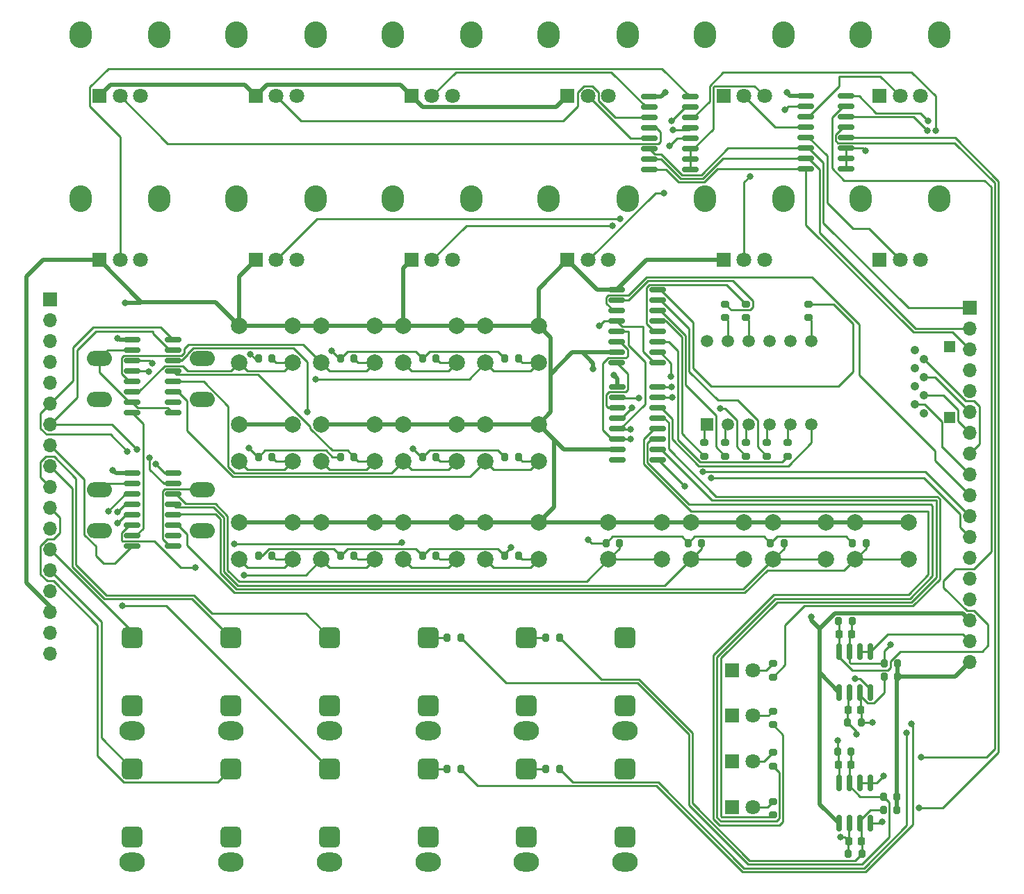
<source format=gbr>
%TF.GenerationSoftware,KiCad,Pcbnew,7.0.2*%
%TF.CreationDate,2023-08-30T17:10:08+01:00*%
%TF.ProjectId,dk2_02_top,646b325f-3032-45f7-946f-702e6b696361,rev?*%
%TF.SameCoordinates,Original*%
%TF.FileFunction,Copper,L2,Bot*%
%TF.FilePolarity,Positive*%
%FSLAX46Y46*%
G04 Gerber Fmt 4.6, Leading zero omitted, Abs format (unit mm)*
G04 Created by KiCad (PCBNEW 7.0.2) date 2023-08-30 17:10:08*
%MOMM*%
%LPD*%
G01*
G04 APERTURE LIST*
G04 Aperture macros list*
%AMRoundRect*
0 Rectangle with rounded corners*
0 $1 Rounding radius*
0 $2 $3 $4 $5 $6 $7 $8 $9 X,Y pos of 4 corners*
0 Add a 4 corners polygon primitive as box body*
4,1,4,$2,$3,$4,$5,$6,$7,$8,$9,$2,$3,0*
0 Add four circle primitives for the rounded corners*
1,1,$1+$1,$2,$3*
1,1,$1+$1,$4,$5*
1,1,$1+$1,$6,$7*
1,1,$1+$1,$8,$9*
0 Add four rect primitives between the rounded corners*
20,1,$1+$1,$2,$3,$4,$5,0*
20,1,$1+$1,$4,$5,$6,$7,0*
20,1,$1+$1,$6,$7,$8,$9,0*
20,1,$1+$1,$8,$9,$2,$3,0*%
G04 Aperture macros list end*
%TA.AperFunction,ComponentPad*%
%ADD10C,2.000000*%
%TD*%
%TA.AperFunction,ComponentPad*%
%ADD11O,2.720000X3.240000*%
%TD*%
%TA.AperFunction,ComponentPad*%
%ADD12R,1.800000X1.800000*%
%TD*%
%TA.AperFunction,ComponentPad*%
%ADD13C,1.800000*%
%TD*%
%TA.AperFunction,ComponentPad*%
%ADD14O,3.100000X2.300000*%
%TD*%
%TA.AperFunction,ComponentPad*%
%ADD15RoundRect,0.650000X-0.650000X-0.650000X0.650000X-0.650000X0.650000X0.650000X-0.650000X0.650000X0*%
%TD*%
%TA.AperFunction,ComponentPad*%
%ADD16R,1.500000X1.500000*%
%TD*%
%TA.AperFunction,ComponentPad*%
%ADD17C,1.500000*%
%TD*%
%TA.AperFunction,ComponentPad*%
%ADD18C,1.050000*%
%TD*%
%TA.AperFunction,ComponentPad*%
%ADD19R,1.350000X1.350000*%
%TD*%
%TA.AperFunction,ComponentPad*%
%ADD20O,3.048000X1.850000*%
%TD*%
%TA.AperFunction,SMDPad,CuDef*%
%ADD21RoundRect,0.200000X0.200000X0.275000X-0.200000X0.275000X-0.200000X-0.275000X0.200000X-0.275000X0*%
%TD*%
%TA.AperFunction,SMDPad,CuDef*%
%ADD22RoundRect,0.200000X-0.275000X0.200000X-0.275000X-0.200000X0.275000X-0.200000X0.275000X0.200000X0*%
%TD*%
%TA.AperFunction,ComponentPad*%
%ADD23R,1.700000X1.700000*%
%TD*%
%TA.AperFunction,ComponentPad*%
%ADD24O,1.700000X1.700000*%
%TD*%
%TA.AperFunction,SMDPad,CuDef*%
%ADD25RoundRect,0.200000X0.275000X-0.200000X0.275000X0.200000X-0.275000X0.200000X-0.275000X-0.200000X0*%
%TD*%
%TA.AperFunction,SMDPad,CuDef*%
%ADD26RoundRect,0.150000X0.825000X0.150000X-0.825000X0.150000X-0.825000X-0.150000X0.825000X-0.150000X0*%
%TD*%
%TA.AperFunction,SMDPad,CuDef*%
%ADD27RoundRect,0.200000X-0.200000X-0.275000X0.200000X-0.275000X0.200000X0.275000X-0.200000X0.275000X0*%
%TD*%
%TA.AperFunction,SMDPad,CuDef*%
%ADD28RoundRect,0.225000X0.225000X0.250000X-0.225000X0.250000X-0.225000X-0.250000X0.225000X-0.250000X0*%
%TD*%
%TA.AperFunction,SMDPad,CuDef*%
%ADD29RoundRect,0.150000X-0.150000X0.825000X-0.150000X-0.825000X0.150000X-0.825000X0.150000X0.825000X0*%
%TD*%
%TA.AperFunction,ViaPad*%
%ADD30C,0.800000*%
%TD*%
%TA.AperFunction,Conductor*%
%ADD31C,0.250000*%
%TD*%
%TA.AperFunction,Conductor*%
%ADD32C,0.500000*%
%TD*%
G04 APERTURE END LIST*
D10*
%TO.P,SW4,1,1*%
%TO.N,+3.3V*%
X107000000Y-81000000D03*
X113500000Y-81000000D03*
%TO.P,SW4,2,2*%
%TO.N,Net-(U4-D1)*%
X107000000Y-85500000D03*
X113500000Y-85500000D03*
%TD*%
%TO.P,SW10,1,1*%
%TO.N,+3.3V*%
X127000000Y-93000000D03*
X133500000Y-93000000D03*
%TO.P,SW10,2,2*%
%TO.N,Net-(U4-D7)*%
X127000000Y-97500000D03*
X133500000Y-97500000D03*
%TD*%
D11*
%TO.P,RV3,*%
%TO.N,*%
X115700000Y-45500000D03*
X125300000Y-45500000D03*
D12*
%TO.P,RV3,1,1*%
%TO.N,+3.3V*%
X118000000Y-53000000D03*
D13*
%TO.P,RV3,2,2*%
%TO.N,Net-(U6-A2)*%
X120500000Y-53000000D03*
%TO.P,RV3,3,3*%
%TO.N,GND*%
X123000000Y-53000000D03*
%TD*%
D14*
%TO.P,J2,S*%
%TO.N,GND*%
X96000000Y-130400000D03*
D15*
%TO.P,J2,T*%
%TO.N,TRIGGER_OUT_1_EURO*%
X96000000Y-119000000D03*
%TO.P,J2,TN*%
%TO.N,unconnected-(J2-PadTN)*%
X96000000Y-127300000D03*
%TD*%
D14*
%TO.P,J13,S*%
%TO.N,GND*%
X132000000Y-130400000D03*
D15*
%TO.P,J13,T*%
%TO.N,Net-(J13-PadT)*%
X132000000Y-119000000D03*
%TO.P,J13,TN*%
%TO.N,GND*%
X132000000Y-127300000D03*
%TD*%
D11*
%TO.P,RV8,*%
%TO.N,*%
X134700000Y-65500000D03*
X144300000Y-65500000D03*
D12*
%TO.P,RV8,1,1*%
%TO.N,+3.3V*%
X137000000Y-73000000D03*
D13*
%TO.P,RV8,2,2*%
%TO.N,Net-(U6-A7)*%
X139500000Y-73000000D03*
%TO.P,RV8,3,3*%
%TO.N,GND*%
X142000000Y-73000000D03*
%TD*%
D14*
%TO.P,J12,S*%
%TO.N,GND*%
X120000000Y-130400000D03*
D15*
%TO.P,J12,T*%
%TO.N,Net-(J12-PadT)*%
X120000000Y-119000000D03*
%TO.P,J12,TN*%
%TO.N,GND*%
X120000000Y-127300000D03*
%TD*%
D10*
%TO.P,SW3,1,1*%
%TO.N,+3.3V*%
X97000000Y-81000000D03*
X103500000Y-81000000D03*
%TO.P,SW3,2,2*%
%TO.N,Net-(U4-D0)*%
X97000000Y-85500000D03*
X103500000Y-85500000D03*
%TD*%
D14*
%TO.P,J11,S*%
%TO.N,GND*%
X144000000Y-146400000D03*
D15*
%TO.P,J11,T*%
%TO.N,EURO_OUT_2*%
X144000000Y-135000000D03*
%TO.P,J11,TN*%
%TO.N,unconnected-(J11-PadTN)*%
X144000000Y-143300000D03*
%TD*%
D11*
%TO.P,RV4,*%
%TO.N,*%
X134700000Y-45500000D03*
X144300000Y-45500000D03*
D12*
%TO.P,RV4,1,1*%
%TO.N,+3.3V*%
X137000000Y-53000000D03*
D13*
%TO.P,RV4,2,2*%
%TO.N,Net-(U6-A3)*%
X139500000Y-53000000D03*
%TO.P,RV4,3,3*%
%TO.N,GND*%
X142000000Y-53000000D03*
%TD*%
D11*
%TO.P,RV1,*%
%TO.N,*%
X77700000Y-45500000D03*
X87300000Y-45500000D03*
D12*
%TO.P,RV1,1,1*%
%TO.N,+3.3V*%
X80000000Y-53000000D03*
D13*
%TO.P,RV1,2,2*%
%TO.N,Net-(U6-A0)*%
X82500000Y-53000000D03*
%TO.P,RV1,3,3*%
%TO.N,GND*%
X85000000Y-53000000D03*
%TD*%
D11*
%TO.P,RV10,*%
%TO.N,*%
X172700000Y-45500000D03*
X182300000Y-45500000D03*
D12*
%TO.P,RV10,1,1*%
%TO.N,+3.3V*%
X175000000Y-53000000D03*
D13*
%TO.P,RV10,2,2*%
%TO.N,Net-(U9-A1)*%
X177500000Y-53000000D03*
%TO.P,RV10,3,3*%
%TO.N,GND*%
X180000000Y-53000000D03*
%TD*%
D14*
%TO.P,J4,S*%
%TO.N,GND*%
X84000000Y-130400000D03*
D15*
%TO.P,J4,T*%
%TO.N,SYNC_IN_EURO*%
X84000000Y-119000000D03*
%TO.P,J4,TN*%
%TO.N,unconnected-(J4-PadTN)*%
X84000000Y-127300000D03*
%TD*%
D14*
%TO.P,J14,S*%
%TO.N,GND*%
X120000000Y-146400000D03*
D15*
%TO.P,J14,T*%
%TO.N,Net-(J14-PadT)*%
X120000000Y-135000000D03*
%TO.P,J14,TN*%
%TO.N,GND*%
X120000000Y-143300000D03*
%TD*%
D14*
%TO.P,J15,S*%
%TO.N,GND*%
X132000000Y-146400000D03*
D15*
%TO.P,J15,T*%
%TO.N,Net-(J15-PadT)*%
X132000000Y-135000000D03*
%TO.P,J15,TN*%
%TO.N,GND*%
X132000000Y-143300000D03*
%TD*%
D10*
%TO.P,SW5,1,1*%
%TO.N,+3.3V*%
X117000000Y-81000000D03*
X123500000Y-81000000D03*
%TO.P,SW5,2,2*%
%TO.N,Net-(U4-D2)*%
X117000000Y-85500000D03*
X123500000Y-85500000D03*
%TD*%
%TO.P,SW8,1,1*%
%TO.N,+3.3V*%
X107000000Y-93000000D03*
X113500000Y-93000000D03*
%TO.P,SW8,2,2*%
%TO.N,Net-(U4-D5)*%
X107000000Y-97500000D03*
X113500000Y-97500000D03*
%TD*%
D11*
%TO.P,RV7,*%
%TO.N,*%
X115700000Y-65500000D03*
X125300000Y-65500000D03*
D12*
%TO.P,RV7,1,1*%
%TO.N,+3.3V*%
X118000000Y-73000000D03*
D13*
%TO.P,RV7,2,2*%
%TO.N,Net-(U6-A6)*%
X120500000Y-73000000D03*
%TO.P,RV7,3,3*%
%TO.N,GND*%
X123000000Y-73000000D03*
%TD*%
D16*
%TO.P,U3,1,e*%
%TO.N,Net-(U3-e)*%
X154000000Y-93000000D03*
D17*
%TO.P,U3,2,d*%
%TO.N,Net-(U3-d)*%
X156540000Y-93000000D03*
%TO.P,U3,3,DPX*%
%TO.N,Net-(U3-DPX)*%
X159080000Y-93000000D03*
%TO.P,U3,4,c*%
%TO.N,Net-(U3-c)*%
X161620000Y-93000000D03*
%TO.P,U3,5,g*%
%TO.N,Net-(U3-g)*%
X164160000Y-93000000D03*
%TO.P,U3,6,CA4*%
%TO.N,Net-(U2-QD)*%
X166700000Y-93000000D03*
%TO.P,U3,7,b*%
%TO.N,Net-(U3-b)*%
X166700000Y-82840000D03*
%TO.P,U3,8,CA3*%
%TO.N,Net-(U2-QC)*%
X164160000Y-82840000D03*
%TO.P,U3,9,CA2*%
%TO.N,Net-(U2-QB)*%
X161620000Y-82840000D03*
%TO.P,U3,10,f*%
%TO.N,Net-(U3-f)*%
X159080000Y-82840000D03*
%TO.P,U3,11,a*%
%TO.N,Net-(U3-a)*%
X156540000Y-82840000D03*
%TO.P,U3,12,CA1*%
%TO.N,Net-(U2-QA)*%
X154000000Y-82840000D03*
%TD*%
D18*
%TO.P,J6,1,DAT2*%
%TO.N,unconnected-(J6-DAT2-Pad1)*%
X180400000Y-91700000D03*
%TO.P,J6,2,DAT3/CD*%
%TO.N,SD_CHIP_SELECT*%
X179300000Y-90600000D03*
%TO.P,J6,3,CMD*%
%TO.N,SD_SERIAL_IN*%
X180400000Y-89500000D03*
%TO.P,J6,4,VDD*%
%TO.N,+3.3V*%
X179300000Y-88400000D03*
%TO.P,J6,5,CLK*%
%TO.N,SD_CLOCK*%
X180400000Y-87300000D03*
%TO.P,J6,6,VSS*%
%TO.N,GND*%
X179300000Y-86200000D03*
%TO.P,J6,7,DAT0*%
%TO.N,SD_SERIAL_OUT*%
X180400000Y-85100000D03*
%TO.P,J6,8,DAT1*%
%TO.N,unconnected-(J6-DAT1-Pad8)*%
X179300000Y-84000000D03*
D19*
%TO.P,J6,9,SHIELD*%
%TO.N,GND*%
X183570000Y-92150000D03*
X183570000Y-83550000D03*
%TD*%
D12*
%TO.P,D3,1,K*%
%TO.N,GND*%
X157000000Y-134100000D03*
D13*
%TO.P,D3,2,A*%
%TO.N,Net-(D3-A)*%
X159540000Y-134100000D03*
%TD*%
D11*
%TO.P,RV11,*%
%TO.N,*%
X153700000Y-65500000D03*
X163300000Y-65500000D03*
D12*
%TO.P,RV11,1,1*%
%TO.N,+3.3V*%
X156000000Y-73000000D03*
D13*
%TO.P,RV11,2,2*%
%TO.N,Net-(U9-A2)*%
X158500000Y-73000000D03*
%TO.P,RV11,3,3*%
%TO.N,GND*%
X161000000Y-73000000D03*
%TD*%
D11*
%TO.P,RV9,*%
%TO.N,*%
X153700000Y-45500000D03*
X163300000Y-45500000D03*
D12*
%TO.P,RV9,1,1*%
%TO.N,+3.3V*%
X156000000Y-53000000D03*
D13*
%TO.P,RV9,2,2*%
%TO.N,Net-(U9-A0)*%
X158500000Y-53000000D03*
%TO.P,RV9,3,3*%
%TO.N,GND*%
X161000000Y-53000000D03*
%TD*%
D14*
%TO.P,J8,S*%
%TO.N,GND*%
X96000000Y-146400000D03*
D15*
%TO.P,J8,T*%
%TO.N,TRIGGER_OUT_3_EURO*%
X96000000Y-135000000D03*
%TO.P,J8,TN*%
%TO.N,unconnected-(J8-PadTN)*%
X96000000Y-143300000D03*
%TD*%
D10*
%TO.P,SW17,1,1*%
%TO.N,+3.3V*%
X162000000Y-105000000D03*
X168500000Y-105000000D03*
%TO.P,SW17,2,2*%
%TO.N,Net-(U5-D6)*%
X162000000Y-109500000D03*
X168500000Y-109500000D03*
%TD*%
%TO.P,SW15,1,1*%
%TO.N,+3.3V*%
X142000000Y-105000000D03*
X148500000Y-105000000D03*
%TO.P,SW15,2,2*%
%TO.N,Net-(U5-D4)*%
X142000000Y-109500000D03*
X148500000Y-109500000D03*
%TD*%
%TO.P,SW9,1,1*%
%TO.N,+3.3V*%
X117000000Y-93000000D03*
X123500000Y-93000000D03*
%TO.P,SW9,2,2*%
%TO.N,Net-(U4-D6)*%
X117000000Y-97500000D03*
X123500000Y-97500000D03*
%TD*%
D12*
%TO.P,D2,1,K*%
%TO.N,GND*%
X157000000Y-128550000D03*
D13*
%TO.P,D2,2,A*%
%TO.N,Net-(D2-A)*%
X159540000Y-128550000D03*
%TD*%
D12*
%TO.P,D1,1,K*%
%TO.N,GND*%
X157000000Y-123000000D03*
D13*
%TO.P,D1,2,A*%
%TO.N,Net-(D1-A)*%
X159540000Y-123000000D03*
%TD*%
D10*
%TO.P,SW12,1,1*%
%TO.N,+3.3V*%
X107000000Y-105000000D03*
X113500000Y-105000000D03*
%TO.P,SW12,2,2*%
%TO.N,Net-(U5-D1)*%
X107000000Y-109500000D03*
X113500000Y-109500000D03*
%TD*%
D14*
%TO.P,J5,S*%
%TO.N,GND*%
X144000000Y-130400000D03*
D15*
%TO.P,J5,T*%
%TO.N,EURO_OUT_1*%
X144000000Y-119000000D03*
%TO.P,J5,TN*%
%TO.N,unconnected-(J5-PadTN)*%
X144000000Y-127300000D03*
%TD*%
D10*
%TO.P,SW14,1,1*%
%TO.N,+3.3V*%
X127000000Y-105000000D03*
X133500000Y-105000000D03*
%TO.P,SW14,2,2*%
%TO.N,Net-(U5-D3)*%
X127000000Y-109500000D03*
X133500000Y-109500000D03*
%TD*%
D12*
%TO.P,D4,1,K*%
%TO.N,GND*%
X157000000Y-139650000D03*
D13*
%TO.P,D4,2,A*%
%TO.N,Net-(D4-A)*%
X159540000Y-139650000D03*
%TD*%
D10*
%TO.P,SW6,1,1*%
%TO.N,+3.3V*%
X127000000Y-81000000D03*
X133500000Y-81000000D03*
%TO.P,SW6,2,2*%
%TO.N,Net-(U4-D3)*%
X127000000Y-85500000D03*
X133500000Y-85500000D03*
%TD*%
D11*
%TO.P,RV12,*%
%TO.N,*%
X172700000Y-65500000D03*
X182300000Y-65500000D03*
D12*
%TO.P,RV12,1,1*%
%TO.N,+3.3V*%
X175000000Y-73000000D03*
D13*
%TO.P,RV12,2,2*%
%TO.N,Net-(U9-A3)*%
X177500000Y-73000000D03*
%TO.P,RV12,3,3*%
%TO.N,GND*%
X180000000Y-73000000D03*
%TD*%
D14*
%TO.P,J9,S*%
%TO.N,GND*%
X108000000Y-146400000D03*
D15*
%TO.P,J9,T*%
%TO.N,TRIGGER_OUT_4_EURO*%
X108000000Y-135000000D03*
%TO.P,J9,TN*%
%TO.N,unconnected-(J9-PadTN)*%
X108000000Y-143300000D03*
%TD*%
D11*
%TO.P,RV6,*%
%TO.N,*%
X96700000Y-65500000D03*
X106300000Y-65500000D03*
D12*
%TO.P,RV6,1,1*%
%TO.N,+3.3V*%
X99000000Y-73000000D03*
D13*
%TO.P,RV6,2,2*%
%TO.N,Net-(U6-A5)*%
X101500000Y-73000000D03*
%TO.P,RV6,3,3*%
%TO.N,GND*%
X104000000Y-73000000D03*
%TD*%
D20*
%TO.P,SW1,1,1*%
%TO.N,GND*%
X80000000Y-85000000D03*
X92500000Y-85000000D03*
%TO.P,SW1,2,2*%
%TO.N,START_STOP_BUTTON*%
X80000000Y-90000000D03*
X92500000Y-90000000D03*
%TD*%
D10*
%TO.P,SW11,1,1*%
%TO.N,+3.3V*%
X97000000Y-105000000D03*
X103500000Y-105000000D03*
%TO.P,SW11,2,2*%
%TO.N,Net-(U5-D0)*%
X97000000Y-109500000D03*
X103500000Y-109500000D03*
%TD*%
D14*
%TO.P,J3,S*%
%TO.N,GND*%
X108000000Y-130400000D03*
D15*
%TO.P,J3,T*%
%TO.N,TRIGGER_OUT_2_EURO*%
X108000000Y-119000000D03*
%TO.P,J3,TN*%
%TO.N,unconnected-(J3-PadTN)*%
X108000000Y-127300000D03*
%TD*%
D11*
%TO.P,RV5,*%
%TO.N,*%
X77700000Y-65500000D03*
X87300000Y-65500000D03*
D12*
%TO.P,RV5,1,1*%
%TO.N,+3.3V*%
X80000000Y-73000000D03*
D13*
%TO.P,RV5,2,2*%
%TO.N,Net-(U6-A4)*%
X82500000Y-73000000D03*
%TO.P,RV5,3,3*%
%TO.N,GND*%
X85000000Y-73000000D03*
%TD*%
D10*
%TO.P,SW7,1,1*%
%TO.N,+3.3V*%
X97000000Y-93000000D03*
X103500000Y-93000000D03*
%TO.P,SW7,2,2*%
%TO.N,Net-(U4-D4)*%
X97000000Y-97500000D03*
X103500000Y-97500000D03*
%TD*%
D11*
%TO.P,RV2,*%
%TO.N,*%
X96700000Y-45500000D03*
X106300000Y-45500000D03*
D12*
%TO.P,RV2,1,1*%
%TO.N,+3.3V*%
X99000000Y-53000000D03*
D13*
%TO.P,RV2,2,2*%
%TO.N,Net-(U6-A1)*%
X101500000Y-53000000D03*
%TO.P,RV2,3,3*%
%TO.N,GND*%
X104000000Y-53000000D03*
%TD*%
D10*
%TO.P,SW13,1,1*%
%TO.N,+3.3V*%
X117000000Y-105000000D03*
X123500000Y-105000000D03*
%TO.P,SW13,2,2*%
%TO.N,Net-(U5-D2)*%
X117000000Y-109500000D03*
X123500000Y-109500000D03*
%TD*%
%TO.P,SW18,1,1*%
%TO.N,+3.3V*%
X172000000Y-105000000D03*
X178500000Y-105000000D03*
%TO.P,SW18,2,2*%
%TO.N,Net-(U5-D7)*%
X172000000Y-109500000D03*
X178500000Y-109500000D03*
%TD*%
D14*
%TO.P,J10,S*%
%TO.N,GND*%
X84000000Y-146400000D03*
D15*
%TO.P,J10,T*%
%TO.N,SYNC_OUT_EURO*%
X84000000Y-135000000D03*
%TO.P,J10,TN*%
%TO.N,unconnected-(J10-PadTN)*%
X84000000Y-143300000D03*
%TD*%
D20*
%TO.P,SW2,1,1*%
%TO.N,GND*%
X80000000Y-101000000D03*
X92500000Y-101000000D03*
%TO.P,SW2,2,2*%
%TO.N,TAP_TEMPO_BUTTON*%
X80000000Y-106000000D03*
X92500000Y-106000000D03*
%TD*%
D10*
%TO.P,SW16,1,1*%
%TO.N,+3.3V*%
X152000000Y-105000000D03*
X158500000Y-105000000D03*
%TO.P,SW16,2,2*%
%TO.N,Net-(U5-D5)*%
X152000000Y-109500000D03*
X158500000Y-109500000D03*
%TD*%
D21*
%TO.P,R27,1*%
%TO.N,Net-(U5-D6)*%
X163350000Y-107500000D03*
%TO.P,R27,2*%
%TO.N,GND*%
X161700000Y-107500000D03*
%TD*%
%TO.P,R29,1*%
%TO.N,-12V*%
X177100000Y-138400000D03*
%TO.P,R29,2*%
%TO.N,Net-(U7A--)*%
X175450000Y-138400000D03*
%TD*%
D22*
%TO.P,R1,1*%
%TO.N,Net-(D1-A)*%
X162000000Y-122175000D03*
%TO.P,R1,2*%
%TO.N,Net-(U2-QE)*%
X162000000Y-123825000D03*
%TD*%
D21*
%TO.P,R17,1*%
%TO.N,Net-(U4-D4)*%
X101000000Y-97000000D03*
%TO.P,R17,2*%
%TO.N,GND*%
X99350000Y-97000000D03*
%TD*%
%TO.P,R18,1*%
%TO.N,Net-(U4-D5)*%
X111000000Y-97000000D03*
%TO.P,R18,2*%
%TO.N,GND*%
X109350000Y-97000000D03*
%TD*%
D23*
%TO.P,J1,1,Pin_1*%
%TO.N,unconnected-(J1-Pin_1-Pad1)*%
X74000000Y-77820000D03*
D24*
%TO.P,J1,2,Pin_2*%
%TO.N,unconnected-(J1-Pin_2-Pad2)*%
X74000000Y-80360000D03*
%TO.P,J1,3,Pin_3*%
%TO.N,unconnected-(J1-Pin_3-Pad3)*%
X74000000Y-82900000D03*
%TO.P,J1,4,Pin_4*%
%TO.N,START_STOP_BUTTON*%
X74000000Y-85440000D03*
%TO.P,J1,5,Pin_5*%
%TO.N,TAP_TEMPO_BUTTON*%
X74000000Y-87980000D03*
%TO.P,J1,6,Pin_6*%
%TO.N,165_LOAD*%
X74000000Y-90520000D03*
%TO.P,J1,7,Pin_7*%
%TO.N,165_CLOCK*%
X74000000Y-93060000D03*
%TO.P,J1,8,Pin_8*%
%TO.N,165_DATA*%
X74000000Y-95600000D03*
%TO.P,J1,9,Pin_9*%
%TO.N,TRIGGER_OUT_1_EURO*%
X74000000Y-98140000D03*
%TO.P,J1,10,Pin_10*%
%TO.N,TRIGGER_OUT_2_EURO*%
X74000000Y-100680000D03*
%TO.P,J1,11,Pin_11*%
%TO.N,TRIGGER_OUT_3_EURO*%
X74000000Y-103220000D03*
%TO.P,J1,12,Pin_12*%
%TO.N,TRIGGER_OUT_4_EURO*%
X74000000Y-105760000D03*
%TO.P,J1,13,Pin_13*%
%TO.N,SYNC_IN_EURO*%
X74000000Y-108300000D03*
%TO.P,J1,14,Pin_14*%
%TO.N,SYNC_OUT_EURO*%
X74000000Y-110840000D03*
%TO.P,J1,15,Pin_15*%
%TO.N,unconnected-(J1-Pin_15-Pad15)*%
X74000000Y-113380000D03*
%TO.P,J1,16,Pin_16*%
%TO.N,+3.3V*%
X74000000Y-115920000D03*
%TO.P,J1,17,Pin_17*%
%TO.N,GND*%
X74000000Y-118460000D03*
%TO.P,J1,18,Pin_18*%
%TO.N,unconnected-(J1-Pin_18-Pad18)*%
X74000000Y-121000000D03*
%TD*%
D22*
%TO.P,R8,1*%
%TO.N,Net-(U3-d)*%
X156210000Y-95250000D03*
%TO.P,R8,2*%
%TO.N,Net-(U1-QD)*%
X156210000Y-96900000D03*
%TD*%
D21*
%TO.P,R13,1*%
%TO.N,Net-(U4-D0)*%
X101000000Y-85000000D03*
%TO.P,R13,2*%
%TO.N,GND*%
X99350000Y-85000000D03*
%TD*%
%TO.P,R35,1*%
%TO.N,-12V*%
X177200000Y-122200000D03*
%TO.P,R35,2*%
%TO.N,Net-(U8A--)*%
X175550000Y-122200000D03*
%TD*%
D25*
%TO.P,R6,1*%
%TO.N,Net-(U3-b)*%
X166370000Y-80010000D03*
%TO.P,R6,2*%
%TO.N,Net-(U1-QB)*%
X166370000Y-78360000D03*
%TD*%
D23*
%TO.P,J7,1,Pin_1*%
%TO.N,4051_ADDRESS_A*%
X186000000Y-78820000D03*
D24*
%TO.P,J7,2,Pin_2*%
%TO.N,4051_ADDRESS_B*%
X186000000Y-81360000D03*
%TO.P,J7,3,Pin_3*%
%TO.N,4051_ADDRESS_C*%
X186000000Y-83900000D03*
%TO.P,J7,4,Pin_4*%
%TO.N,4051_READING_1*%
X186000000Y-86440000D03*
%TO.P,J7,5,Pin_5*%
%TO.N,4051_READING_0*%
X186000000Y-88980000D03*
%TO.P,J7,6,Pin_6*%
%TO.N,SD_CLOCK*%
X186000000Y-91520000D03*
%TO.P,J7,7,Pin_7*%
%TO.N,SD_SERIAL_IN*%
X186000000Y-94060000D03*
%TO.P,J7,8,Pin_8*%
%TO.N,SD_SERIAL_OUT*%
X186000000Y-96600000D03*
%TO.P,J7,9,Pin_9*%
%TO.N,SD_CHIP_SELECT*%
X186000000Y-99140000D03*
%TO.P,J7,10,Pin_10*%
%TO.N,595_DATA*%
X186000000Y-101680000D03*
%TO.P,J7,11,Pin_11*%
%TO.N,595_CLOCK*%
X186000000Y-104220000D03*
%TO.P,J7,12,Pin_12*%
%TO.N,595_LATCH*%
X186000000Y-106760000D03*
%TO.P,J7,13,Pin_13*%
%TO.N,EURO_OUT_1*%
X186000000Y-109300000D03*
%TO.P,J7,14,Pin_14*%
%TO.N,EURO_OUT_2*%
X186000000Y-111840000D03*
%TO.P,J7,15,Pin_15*%
%TO.N,unconnected-(J7-Pin_15-Pad15)*%
X186000000Y-114380000D03*
%TO.P,J7,16,Pin_16*%
%TO.N,+3.3V*%
X186000000Y-116920000D03*
%TO.P,J7,17,Pin_17*%
%TO.N,GND*%
X186000000Y-119460000D03*
%TO.P,J7,18,Pin_18*%
%TO.N,-12V*%
X186000000Y-122000000D03*
%TD*%
D22*
%TO.P,R9,1*%
%TO.N,Net-(U3-e)*%
X153670000Y-95250000D03*
%TO.P,R9,2*%
%TO.N,Net-(U1-QE)*%
X153670000Y-96900000D03*
%TD*%
D21*
%TO.P,R26,1*%
%TO.N,Net-(U5-D5)*%
X153350000Y-107500000D03*
%TO.P,R26,2*%
%TO.N,GND*%
X151700000Y-107500000D03*
%TD*%
D26*
%TO.P,U6,1,A4*%
%TO.N,Net-(U6-A4)*%
X151950000Y-53110000D03*
%TO.P,U6,2,A6*%
%TO.N,Net-(U6-A6)*%
X151950000Y-54380000D03*
%TO.P,U6,3,A*%
%TO.N,4051_READING_0*%
X151950000Y-55650000D03*
%TO.P,U6,4,A7*%
%TO.N,Net-(U6-A7)*%
X151950000Y-56920000D03*
%TO.P,U6,5,A5*%
%TO.N,Net-(U6-A5)*%
X151950000Y-58190000D03*
%TO.P,U6,6,~{E}*%
%TO.N,GND*%
X151950000Y-59460000D03*
%TO.P,U6,7,VEE*%
X151950000Y-60730000D03*
%TO.P,U6,8,GND*%
X151950000Y-62000000D03*
%TO.P,U6,9,S2*%
%TO.N,4051_ADDRESS_C*%
X147000000Y-62000000D03*
%TO.P,U6,10,S1*%
%TO.N,4051_ADDRESS_B*%
X147000000Y-60730000D03*
%TO.P,U6,11,S0*%
%TO.N,4051_ADDRESS_A*%
X147000000Y-59460000D03*
%TO.P,U6,12,A3*%
%TO.N,Net-(U6-A3)*%
X147000000Y-58190000D03*
%TO.P,U6,13,A0*%
%TO.N,Net-(U6-A0)*%
X147000000Y-56920000D03*
%TO.P,U6,14,A1*%
%TO.N,Net-(U6-A1)*%
X147000000Y-55650000D03*
%TO.P,U6,15,A2*%
%TO.N,Net-(U6-A2)*%
X147000000Y-54380000D03*
%TO.P,U6,16,VCC*%
%TO.N,+3.3V*%
X147000000Y-53110000D03*
%TD*%
D25*
%TO.P,R5,1*%
%TO.N,Net-(U3-a)*%
X156210000Y-80010000D03*
%TO.P,R5,2*%
%TO.N,Net-(U1-QA)*%
X156210000Y-78360000D03*
%TD*%
D26*
%TO.P,U1,1,QB*%
%TO.N,Net-(U1-QB)*%
X147950000Y-76650000D03*
%TO.P,U1,2,QC*%
%TO.N,Net-(U1-QC)*%
X147950000Y-77920000D03*
%TO.P,U1,3,QD*%
%TO.N,Net-(U1-QD)*%
X147950000Y-79190000D03*
%TO.P,U1,4,QE*%
%TO.N,Net-(U1-QE)*%
X147950000Y-80460000D03*
%TO.P,U1,5,QF*%
%TO.N,Net-(U1-QF)*%
X147950000Y-81730000D03*
%TO.P,U1,6,QG*%
%TO.N,Net-(U1-QG)*%
X147950000Y-83000000D03*
%TO.P,U1,7,QH*%
%TO.N,Net-(U1-QH)*%
X147950000Y-84270000D03*
%TO.P,U1,8,GND*%
%TO.N,GND*%
X147950000Y-85540000D03*
%TO.P,U1,9,QH'*%
%TO.N,Net-(U1-QH')*%
X143000000Y-85540000D03*
%TO.P,U1,10,~{SRCLR}*%
%TO.N,+3.3V*%
X143000000Y-84270000D03*
%TO.P,U1,11,SRCLK*%
%TO.N,595_CLOCK*%
X143000000Y-83000000D03*
%TO.P,U1,12,RCLK*%
%TO.N,595_LATCH*%
X143000000Y-81730000D03*
%TO.P,U1,13,~{OE}*%
%TO.N,GND*%
X143000000Y-80460000D03*
%TO.P,U1,14,SER*%
%TO.N,595_DATA*%
X143000000Y-79190000D03*
%TO.P,U1,15,QA*%
%TO.N,Net-(U1-QA)*%
X143000000Y-77920000D03*
%TO.P,U1,16,VCC*%
%TO.N,+3.3V*%
X143000000Y-76650000D03*
%TD*%
D27*
%TO.P,R30,1*%
%TO.N,Net-(J12-PadT)*%
X122350000Y-119000000D03*
%TO.P,R30,2*%
%TO.N,Net-(U7A--)*%
X124000000Y-119000000D03*
%TD*%
%TO.P,R36,1*%
%TO.N,Net-(J14-PadT)*%
X122350000Y-135000000D03*
%TO.P,R36,2*%
%TO.N,Net-(U8A--)*%
X124000000Y-135000000D03*
%TD*%
D21*
%TO.P,R20,1*%
%TO.N,Net-(U4-D7)*%
X131000000Y-97000000D03*
%TO.P,R20,2*%
%TO.N,GND*%
X129350000Y-97000000D03*
%TD*%
D22*
%TO.P,R7,1*%
%TO.N,Net-(U3-c)*%
X161290000Y-95250000D03*
%TO.P,R7,2*%
%TO.N,Net-(U1-QC)*%
X161290000Y-96900000D03*
%TD*%
%TO.P,R4,1*%
%TO.N,Net-(D4-A)*%
X162000000Y-139000000D03*
%TO.P,R4,2*%
%TO.N,Net-(U2-QH)*%
X162000000Y-140650000D03*
%TD*%
%TO.P,R12,1*%
%TO.N,Net-(U3-DPX)*%
X158750000Y-95250000D03*
%TO.P,R12,2*%
%TO.N,Net-(U1-QH)*%
X158750000Y-96900000D03*
%TD*%
D28*
%TO.P,C4,1*%
%TO.N,Net-(U8B--)*%
X172700000Y-127800000D03*
%TO.P,C4,2*%
%TO.N,CV_IN_4*%
X171150000Y-127800000D03*
%TD*%
D21*
%TO.P,R16,1*%
%TO.N,Net-(U4-D3)*%
X131000000Y-85000000D03*
%TO.P,R16,2*%
%TO.N,GND*%
X129350000Y-85000000D03*
%TD*%
D26*
%TO.P,U4,1,~{PL}*%
%TO.N,165_LOAD*%
X88950000Y-82730000D03*
%TO.P,U4,2,CP*%
%TO.N,165_CLOCK*%
X88950000Y-84000000D03*
%TO.P,U4,3,D4*%
%TO.N,Net-(U4-D4)*%
X88950000Y-85270000D03*
%TO.P,U4,4,D5*%
%TO.N,Net-(U4-D5)*%
X88950000Y-86540000D03*
%TO.P,U4,5,D6*%
%TO.N,Net-(U4-D6)*%
X88950000Y-87810000D03*
%TO.P,U4,6,D7*%
%TO.N,Net-(U4-D7)*%
X88950000Y-89080000D03*
%TO.P,U4,7,~{Q7}*%
%TO.N,unconnected-(U4-~{Q7}-Pad7)*%
X88950000Y-90350000D03*
%TO.P,U4,8,GND*%
%TO.N,GND*%
X88950000Y-91620000D03*
%TO.P,U4,9,Q7*%
%TO.N,/Shift register in 1/DATA_OUT*%
X84000000Y-91620000D03*
%TO.P,U4,10,DS*%
%TO.N,GND*%
X84000000Y-90350000D03*
%TO.P,U4,11,D0*%
%TO.N,Net-(U4-D0)*%
X84000000Y-89080000D03*
%TO.P,U4,12,D1*%
%TO.N,Net-(U4-D1)*%
X84000000Y-87810000D03*
%TO.P,U4,13,D2*%
%TO.N,Net-(U4-D2)*%
X84000000Y-86540000D03*
%TO.P,U4,14,D3*%
%TO.N,Net-(U4-D3)*%
X84000000Y-85270000D03*
%TO.P,U4,15,~{CE}*%
%TO.N,GND*%
X84000000Y-84000000D03*
%TO.P,U4,16,VCC*%
%TO.N,+3.3V*%
X84000000Y-82730000D03*
%TD*%
D22*
%TO.P,R11,1*%
%TO.N,Net-(U3-g)*%
X163830000Y-95250000D03*
%TO.P,R11,2*%
%TO.N,Net-(U1-QG)*%
X163830000Y-96900000D03*
%TD*%
D21*
%TO.P,R22,1*%
%TO.N,Net-(U5-D1)*%
X111000000Y-109000000D03*
%TO.P,R22,2*%
%TO.N,GND*%
X109350000Y-109000000D03*
%TD*%
D26*
%TO.P,U2,1,QB*%
%TO.N,Net-(U2-QB)*%
X148000000Y-88460000D03*
%TO.P,U2,2,QC*%
%TO.N,Net-(U2-QC)*%
X148000000Y-89730000D03*
%TO.P,U2,3,QD*%
%TO.N,Net-(U2-QD)*%
X148000000Y-91000000D03*
%TO.P,U2,4,QE*%
%TO.N,Net-(U2-QE)*%
X148000000Y-92270000D03*
%TO.P,U2,5,QF*%
%TO.N,Net-(U2-QF)*%
X148000000Y-93540000D03*
%TO.P,U2,6,QG*%
%TO.N,Net-(U2-QG)*%
X148000000Y-94810000D03*
%TO.P,U2,7,QH*%
%TO.N,Net-(U2-QH)*%
X148000000Y-96080000D03*
%TO.P,U2,8,GND*%
%TO.N,GND*%
X148000000Y-97350000D03*
%TO.P,U2,9,QH'*%
%TO.N,unconnected-(U2-QH'-Pad9)*%
X143050000Y-97350000D03*
%TO.P,U2,10,~{SRCLR}*%
%TO.N,+3.3V*%
X143050000Y-96080000D03*
%TO.P,U2,11,SRCLK*%
%TO.N,595_CLOCK*%
X143050000Y-94810000D03*
%TO.P,U2,12,RCLK*%
%TO.N,595_LATCH*%
X143050000Y-93540000D03*
%TO.P,U2,13,~{OE}*%
%TO.N,GND*%
X143050000Y-92270000D03*
%TO.P,U2,14,SER*%
%TO.N,Net-(U1-QH')*%
X143050000Y-91000000D03*
%TO.P,U2,15,QA*%
%TO.N,Net-(U2-QA)*%
X143050000Y-89730000D03*
%TO.P,U2,16,VCC*%
%TO.N,+3.3V*%
X143050000Y-88460000D03*
%TD*%
%TO.P,U9,1,A4*%
%TO.N,CV_IN_1*%
X170950000Y-53000000D03*
%TO.P,U9,2,A6*%
%TO.N,CV_IN_3*%
X170950000Y-54270000D03*
%TO.P,U9,3,A*%
%TO.N,4051_READING_1*%
X170950000Y-55540000D03*
%TO.P,U9,4,A7*%
%TO.N,CV_IN_4*%
X170950000Y-56810000D03*
%TO.P,U9,5,A5*%
%TO.N,CV_IN_2*%
X170950000Y-58080000D03*
%TO.P,U9,6,~{E}*%
%TO.N,GND*%
X170950000Y-59350000D03*
%TO.P,U9,7,VEE*%
X170950000Y-60620000D03*
%TO.P,U9,8,GND*%
X170950000Y-61890000D03*
%TO.P,U9,9,S2*%
%TO.N,4051_ADDRESS_C*%
X166000000Y-61890000D03*
%TO.P,U9,10,S1*%
%TO.N,4051_ADDRESS_B*%
X166000000Y-60620000D03*
%TO.P,U9,11,S0*%
%TO.N,4051_ADDRESS_A*%
X166000000Y-59350000D03*
%TO.P,U9,12,A3*%
%TO.N,Net-(U9-A3)*%
X166000000Y-58080000D03*
%TO.P,U9,13,A0*%
%TO.N,Net-(U9-A0)*%
X166000000Y-56810000D03*
%TO.P,U9,14,A1*%
%TO.N,Net-(U9-A1)*%
X166000000Y-55540000D03*
%TO.P,U9,15,A2*%
%TO.N,Net-(U9-A2)*%
X166000000Y-54270000D03*
%TO.P,U9,16,VCC*%
%TO.N,+3.3V*%
X166000000Y-53000000D03*
%TD*%
D21*
%TO.P,R15,1*%
%TO.N,Net-(U4-D2)*%
X121000000Y-85000000D03*
%TO.P,R15,2*%
%TO.N,GND*%
X119350000Y-85000000D03*
%TD*%
D28*
%TO.P,C2,1*%
%TO.N,Net-(U7B--)*%
X172800000Y-143800000D03*
%TO.P,C2,2*%
%TO.N,CV_IN_2*%
X171250000Y-143800000D03*
%TD*%
D22*
%TO.P,R2,1*%
%TO.N,Net-(D2-A)*%
X162000000Y-128000000D03*
%TO.P,R2,2*%
%TO.N,Net-(U2-QF)*%
X162000000Y-129650000D03*
%TD*%
D25*
%TO.P,R10,1*%
%TO.N,Net-(U3-f)*%
X158750000Y-80010000D03*
%TO.P,R10,2*%
%TO.N,Net-(U1-QF)*%
X158750000Y-78360000D03*
%TD*%
D28*
%TO.P,C1,1*%
%TO.N,Net-(U7A--)*%
X171500000Y-134500000D03*
%TO.P,C1,2*%
%TO.N,CV_IN_1*%
X169950000Y-134500000D03*
%TD*%
D21*
%TO.P,R28,1*%
%TO.N,Net-(U5-D7)*%
X173350000Y-107500000D03*
%TO.P,R28,2*%
%TO.N,GND*%
X171700000Y-107500000D03*
%TD*%
%TO.P,R34,1*%
%TO.N,Net-(U7B--)*%
X172850000Y-145400000D03*
%TO.P,R34,2*%
%TO.N,CV_IN_2*%
X171200000Y-145400000D03*
%TD*%
%TO.P,R33,1*%
%TO.N,Net-(U7A--)*%
X171550000Y-132900000D03*
%TO.P,R33,2*%
%TO.N,CV_IN_1*%
X169900000Y-132900000D03*
%TD*%
%TO.P,R21,1*%
%TO.N,Net-(U5-D0)*%
X101000000Y-109000000D03*
%TO.P,R21,2*%
%TO.N,GND*%
X99350000Y-109000000D03*
%TD*%
D29*
%TO.P,U7,1*%
%TO.N,CV_IN_1*%
X170045000Y-136725000D03*
%TO.P,U7,2,-*%
%TO.N,Net-(U7A--)*%
X171315000Y-136725000D03*
%TO.P,U7,3,+*%
%TO.N,GND*%
X172585000Y-136725000D03*
%TO.P,U7,4,V-*%
X173855000Y-136725000D03*
%TO.P,U7,5,+*%
X173855000Y-141675000D03*
%TO.P,U7,6,-*%
%TO.N,Net-(U7B--)*%
X172585000Y-141675000D03*
%TO.P,U7,7*%
%TO.N,CV_IN_2*%
X171315000Y-141675000D03*
%TO.P,U7,8,V+*%
%TO.N,+3.3V*%
X170045000Y-141675000D03*
%TD*%
D28*
%TO.P,C3,1*%
%TO.N,Net-(U8A--)*%
X171600000Y-118600000D03*
%TO.P,C3,2*%
%TO.N,CV_IN_3*%
X170050000Y-118600000D03*
%TD*%
D21*
%TO.P,R25,1*%
%TO.N,Net-(U5-D4)*%
X143350000Y-107500000D03*
%TO.P,R25,2*%
%TO.N,GND*%
X141700000Y-107500000D03*
%TD*%
%TO.P,R14,1*%
%TO.N,Net-(U4-D1)*%
X111000000Y-85000000D03*
%TO.P,R14,2*%
%TO.N,GND*%
X109350000Y-85000000D03*
%TD*%
%TO.P,R23,1*%
%TO.N,Net-(U5-D2)*%
X121000000Y-109000000D03*
%TO.P,R23,2*%
%TO.N,GND*%
X119350000Y-109000000D03*
%TD*%
D29*
%TO.P,U8,1*%
%TO.N,CV_IN_3*%
X170080000Y-120725000D03*
%TO.P,U8,2,-*%
%TO.N,Net-(U8A--)*%
X171350000Y-120725000D03*
%TO.P,U8,3,+*%
%TO.N,GND*%
X172620000Y-120725000D03*
%TO.P,U8,4,V-*%
X173890000Y-120725000D03*
%TO.P,U8,5,+*%
X173890000Y-125675000D03*
%TO.P,U8,6,-*%
%TO.N,Net-(U8B--)*%
X172620000Y-125675000D03*
%TO.P,U8,7*%
%TO.N,CV_IN_4*%
X171350000Y-125675000D03*
%TO.P,U8,8,V+*%
%TO.N,+3.3V*%
X170080000Y-125675000D03*
%TD*%
D26*
%TO.P,U5,1,~{PL}*%
%TO.N,165_LOAD*%
X88950000Y-99000000D03*
%TO.P,U5,2,CP*%
%TO.N,165_CLOCK*%
X88950000Y-100270000D03*
%TO.P,U5,3,D4*%
%TO.N,Net-(U5-D4)*%
X88950000Y-101540000D03*
%TO.P,U5,4,D5*%
%TO.N,Net-(U5-D5)*%
X88950000Y-102810000D03*
%TO.P,U5,5,D6*%
%TO.N,Net-(U5-D6)*%
X88950000Y-104080000D03*
%TO.P,U5,6,D7*%
%TO.N,Net-(U5-D7)*%
X88950000Y-105350000D03*
%TO.P,U5,7,~{Q7}*%
%TO.N,unconnected-(U5-~{Q7}-Pad7)*%
X88950000Y-106620000D03*
%TO.P,U5,8,GND*%
%TO.N,GND*%
X88950000Y-107890000D03*
%TO.P,U5,9,Q7*%
%TO.N,165_DATA*%
X84000000Y-107890000D03*
%TO.P,U5,10,DS*%
%TO.N,/Shift register in 1/DATA_OUT*%
X84000000Y-106620000D03*
%TO.P,U5,11,D0*%
%TO.N,Net-(U5-D0)*%
X84000000Y-105350000D03*
%TO.P,U5,12,D1*%
%TO.N,Net-(U5-D1)*%
X84000000Y-104080000D03*
%TO.P,U5,13,D2*%
%TO.N,Net-(U5-D2)*%
X84000000Y-102810000D03*
%TO.P,U5,14,D3*%
%TO.N,Net-(U5-D3)*%
X84000000Y-101540000D03*
%TO.P,U5,15,~{CE}*%
%TO.N,GND*%
X84000000Y-100270000D03*
%TO.P,U5,16,VCC*%
%TO.N,+3.3V*%
X84000000Y-99000000D03*
%TD*%
D21*
%TO.P,R31,1*%
%TO.N,-12V*%
X177100000Y-140000000D03*
%TO.P,R31,2*%
%TO.N,Net-(U7B--)*%
X175450000Y-140000000D03*
%TD*%
%TO.P,R39,1*%
%TO.N,Net-(U8A--)*%
X171650000Y-117000000D03*
%TO.P,R39,2*%
%TO.N,CV_IN_3*%
X170000000Y-117000000D03*
%TD*%
D27*
%TO.P,R32,1*%
%TO.N,Net-(J13-PadT)*%
X134350000Y-119000000D03*
%TO.P,R32,2*%
%TO.N,Net-(U7B--)*%
X136000000Y-119000000D03*
%TD*%
D22*
%TO.P,R3,1*%
%TO.N,Net-(D3-A)*%
X162000000Y-133000000D03*
%TO.P,R3,2*%
%TO.N,Net-(U2-QG)*%
X162000000Y-134650000D03*
%TD*%
D21*
%TO.P,R37,1*%
%TO.N,-12V*%
X177200000Y-123800000D03*
%TO.P,R37,2*%
%TO.N,Net-(U8B--)*%
X175550000Y-123800000D03*
%TD*%
D27*
%TO.P,R38,1*%
%TO.N,Net-(J15-PadT)*%
X134350000Y-135000000D03*
%TO.P,R38,2*%
%TO.N,Net-(U8B--)*%
X136000000Y-135000000D03*
%TD*%
D21*
%TO.P,R40,1*%
%TO.N,Net-(U8B--)*%
X172750000Y-129400000D03*
%TO.P,R40,2*%
%TO.N,CV_IN_4*%
X171100000Y-129400000D03*
%TD*%
%TO.P,R19,1*%
%TO.N,Net-(U4-D6)*%
X121000000Y-97000000D03*
%TO.P,R19,2*%
%TO.N,GND*%
X119350000Y-97000000D03*
%TD*%
%TO.P,R24,1*%
%TO.N,Net-(U5-D3)*%
X131000000Y-109000000D03*
%TO.P,R24,2*%
%TO.N,GND*%
X129350000Y-109000000D03*
%TD*%
D30*
%TO.N,GND*%
X108300000Y-84100000D03*
X98400000Y-84474500D03*
X118200000Y-96000000D03*
X175300000Y-141500000D03*
X140900000Y-81000000D03*
X172000000Y-124000000D03*
X175500000Y-135900000D03*
X173300000Y-59700000D03*
X151300000Y-100600000D03*
X139500000Y-107100000D03*
X144800000Y-91000000D03*
X98200000Y-95900000D03*
X130100000Y-108000000D03*
%TO.N,CV_IN_4*%
X172200000Y-130800000D03*
X180100000Y-133600000D03*
%TO.N,TRIGGER_OUT_4_EURO*%
X82800000Y-115100000D03*
%TO.N,595_CLOCK*%
X144700000Y-94800000D03*
X153500000Y-98799500D03*
%TO.N,595_LATCH*%
X154500000Y-99524000D03*
X144700000Y-93600000D03*
%TO.N,165_LOAD*%
X83400000Y-96300000D03*
X86824500Y-97900000D03*
%TO.N,165_CLOCK*%
X86100000Y-97100000D03*
X84575500Y-96100000D03*
%TO.N,4051_READING_0*%
X181800000Y-57200000D03*
%TO.N,4051_READING_1*%
X180800000Y-57200000D03*
%TO.N,Net-(U2-QB)*%
X149700000Y-88500000D03*
%TO.N,Net-(U2-QC)*%
X149725500Y-89700000D03*
%TO.N,Net-(U2-QA)*%
X145700000Y-89800000D03*
%TO.N,Net-(U8A--)*%
X178900000Y-129500000D03*
X176300000Y-119900000D03*
%TO.N,CV_IN_1*%
X169900000Y-131600000D03*
X180900000Y-56000000D03*
%TO.N,Net-(U8B--)*%
X178300000Y-130600000D03*
X174100000Y-129400000D03*
%TO.N,CV_IN_2*%
X170200000Y-143300000D03*
X179800000Y-139800000D03*
%TO.N,Net-(U1-QH)*%
X149600000Y-87200000D03*
X155600000Y-91100000D03*
%TO.N,Net-(U4-D2)*%
X86000000Y-86600000D03*
%TO.N,Net-(U4-D3)*%
X106300000Y-87500000D03*
X86400000Y-85600000D03*
%TO.N,Net-(U4-D4)*%
X105300000Y-91500000D03*
%TO.N,Net-(U6-A5)*%
X143400000Y-68000000D03*
X149424500Y-59100000D03*
%TO.N,Net-(U6-A6)*%
X149700000Y-56000000D03*
X142500000Y-68800000D03*
%TO.N,Net-(U6-A7)*%
X149800000Y-57100000D03*
X148700000Y-64800000D03*
%TO.N,+3.3V*%
X82200000Y-82500000D03*
X148900000Y-52600000D03*
X166700000Y-116500000D03*
X140100000Y-86300000D03*
X142600000Y-87000000D03*
X163700000Y-52600000D03*
X83100000Y-78200000D03*
X81600000Y-98600000D03*
%TO.N,Net-(U9-A2)*%
X163500000Y-54700000D03*
X159200000Y-62800000D03*
%TO.N,Net-(U5-D0)*%
X91700000Y-110500000D03*
%TO.N,Net-(U5-D1)*%
X82200000Y-105100000D03*
X97600000Y-111400000D03*
%TO.N,Net-(U5-D2)*%
X82200000Y-103700000D03*
X116800000Y-107450500D03*
X96400000Y-107600000D03*
%TO.N,Net-(U5-D3)*%
X81100000Y-103600000D03*
%TD*%
D31*
%TO.N,Net-(U7A--)*%
X176175000Y-139125000D02*
X175450000Y-138400000D01*
X176175000Y-143325000D02*
X176175000Y-139125000D01*
X171500000Y-134500000D02*
X171500000Y-132950000D01*
X159004416Y-146650000D02*
X172850000Y-146650000D01*
X175450000Y-138400000D02*
X172613249Y-138400000D01*
X171315000Y-134685000D02*
X171500000Y-134500000D01*
X151750000Y-139395584D02*
X159004416Y-146650000D01*
X124000000Y-119000000D02*
X129550000Y-124550000D01*
X151750000Y-130786396D02*
X151750000Y-139395584D01*
X171500000Y-132950000D02*
X171550000Y-132900000D01*
X172850000Y-146650000D02*
X176175000Y-143325000D01*
X145513604Y-124550000D02*
X151750000Y-130786396D01*
X171315000Y-137101751D02*
X171315000Y-136725000D01*
X172613249Y-138400000D02*
X171315000Y-137101751D01*
X171315000Y-136725000D02*
X171315000Y-134685000D01*
X129550000Y-124550000D02*
X145513604Y-124550000D01*
%TO.N,CV_IN_3*%
X171663604Y-123000000D02*
X175967462Y-123000000D01*
X170700000Y-63300000D02*
X169200000Y-61800000D01*
X170050000Y-118600000D02*
X170050000Y-117050000D01*
X182800000Y-112906828D02*
X182800000Y-112072792D01*
X169200000Y-55643249D02*
X170573249Y-54270000D01*
X186486701Y-115745000D02*
X185638172Y-115745000D01*
X185638172Y-115745000D02*
X182800000Y-112906828D01*
X170080000Y-120725000D02*
X170080000Y-118630000D01*
X188600000Y-64100000D02*
X187800000Y-63300000D01*
X169200000Y-61800000D02*
X169200000Y-55643249D01*
X188200000Y-117458299D02*
X186486701Y-115745000D01*
X188200000Y-120000000D02*
X188200000Y-117458299D01*
X176300000Y-121882538D02*
X177482538Y-120700000D01*
X186486701Y-110665000D02*
X188600000Y-108551701D01*
X170080000Y-118630000D02*
X170050000Y-118600000D01*
X187800000Y-63300000D02*
X170700000Y-63300000D01*
X176300000Y-122667462D02*
X176300000Y-121882538D01*
X170050000Y-117050000D02*
X170000000Y-117000000D01*
X170080000Y-121416396D02*
X171663604Y-123000000D01*
X170573249Y-54270000D02*
X170950000Y-54270000D01*
X182800000Y-112072792D02*
X184207792Y-110665000D01*
X175967462Y-123000000D02*
X176300000Y-122667462D01*
X170080000Y-120725000D02*
X170080000Y-121416396D01*
X184207792Y-110665000D02*
X186486701Y-110665000D01*
X188600000Y-108551701D02*
X188600000Y-64100000D01*
X177482538Y-120700000D02*
X187500000Y-120700000D01*
X187500000Y-120700000D02*
X188200000Y-120000000D01*
%TO.N,Net-(U7B--)*%
X172585000Y-141298249D02*
X173883249Y-140000000D01*
X145700000Y-124100000D02*
X152200000Y-130600000D01*
X141100000Y-124100000D02*
X145700000Y-124100000D01*
X136000000Y-119000000D02*
X141100000Y-124100000D01*
X172800000Y-143800000D02*
X172800000Y-141890000D01*
X172850000Y-145400000D02*
X172850000Y-143850000D01*
X152200000Y-139209188D02*
X159190812Y-146200000D01*
X152200000Y-130600000D02*
X152200000Y-139209188D01*
X172585000Y-141675000D02*
X172585000Y-141298249D01*
X173883249Y-140000000D02*
X175450000Y-140000000D01*
X172050000Y-146200000D02*
X172850000Y-145400000D01*
X172850000Y-143850000D02*
X172800000Y-143800000D01*
X159190812Y-146200000D02*
X172050000Y-146200000D01*
X172800000Y-141890000D02*
X172585000Y-141675000D01*
%TO.N,GND*%
X170950000Y-59350000D02*
X172950000Y-59350000D01*
X161700000Y-107500000D02*
X162500000Y-106700000D01*
X148000000Y-97350000D02*
X148050000Y-97350000D01*
X172950000Y-59350000D02*
X173300000Y-59700000D01*
X173855000Y-141675000D02*
X175125000Y-141675000D01*
X119350000Y-109000000D02*
X120175000Y-108175000D01*
X143640000Y-81100000D02*
X143000000Y-80460000D01*
X142500000Y-106700000D02*
X150900000Y-106700000D01*
X120175000Y-108175000D02*
X128525000Y-108175000D01*
X172591751Y-124000000D02*
X172000000Y-124000000D01*
X99782538Y-109000000D02*
X100607538Y-108175000D01*
X118525000Y-108175000D02*
X119350000Y-109000000D01*
X146200000Y-81100000D02*
X143640000Y-81100000D01*
X120175000Y-96175000D02*
X128525000Y-96175000D01*
X84645000Y-90995000D02*
X84000000Y-90350000D01*
X141700000Y-107500000D02*
X142500000Y-106700000D01*
X143050000Y-92270000D02*
X143530000Y-92270000D01*
X99350000Y-85000000D02*
X98925500Y-85000000D01*
X170950000Y-61890000D02*
X170950000Y-60620000D01*
X162500000Y-106700000D02*
X170900000Y-106700000D01*
X128525000Y-96175000D02*
X129350000Y-97000000D01*
X119200000Y-97000000D02*
X118200000Y-96000000D01*
X120175000Y-84175000D02*
X128525000Y-84175000D01*
X119350000Y-97000000D02*
X119200000Y-97000000D01*
X185150000Y-118610000D02*
X176005000Y-118610000D01*
X80000000Y-86726751D02*
X80000000Y-85000000D01*
X99350000Y-109000000D02*
X99782538Y-109000000D01*
X129350000Y-108750000D02*
X130100000Y-108000000D01*
X143000000Y-80460000D02*
X141440000Y-80460000D01*
X139900000Y-107500000D02*
X139500000Y-107100000D01*
X109350000Y-85000000D02*
X109200000Y-85000000D01*
X110175000Y-84175000D02*
X109350000Y-85000000D01*
X151700000Y-107500000D02*
X152500000Y-106700000D01*
X109200000Y-85000000D02*
X108300000Y-84100000D01*
X128525000Y-84175000D02*
X129350000Y-85000000D01*
X151950000Y-60730000D02*
X151950000Y-59460000D01*
X110175000Y-108175000D02*
X118525000Y-108175000D01*
X99350000Y-97000000D02*
X99300000Y-97000000D01*
X172585000Y-136725000D02*
X173855000Y-136725000D01*
X83623249Y-90350000D02*
X80000000Y-86726751D01*
X100607538Y-108175000D02*
X108525000Y-108175000D01*
X152500000Y-106700000D02*
X160900000Y-106700000D01*
X88950000Y-91620000D02*
X88325000Y-90995000D01*
X143530000Y-92270000D02*
X144800000Y-91000000D01*
X154925000Y-51775000D02*
X159775000Y-51775000D01*
X108373833Y-97000000D02*
X107548833Y-96175000D01*
X173890000Y-125675000D02*
X173890000Y-125298249D01*
X173855000Y-136725000D02*
X174675000Y-136725000D01*
X98925500Y-85000000D02*
X98400000Y-84474500D01*
X92415000Y-100915000D02*
X92500000Y-101000000D01*
X148050000Y-97350000D02*
X151300000Y-100600000D01*
X87650000Y-101193249D02*
X87928249Y-100915000D01*
X84000000Y-90350000D02*
X83623249Y-90350000D01*
X119350000Y-97000000D02*
X120175000Y-96175000D01*
X81000000Y-84000000D02*
X80000000Y-85000000D01*
X154775000Y-57011751D02*
X154775000Y-51925000D01*
X173890000Y-125298249D02*
X172591751Y-124000000D01*
X129350000Y-109000000D02*
X129350000Y-108750000D01*
X108525000Y-108175000D02*
X109350000Y-109000000D01*
X88325000Y-90995000D02*
X84645000Y-90995000D01*
X99300000Y-97000000D02*
X98200000Y-95900000D01*
X151950000Y-59460000D02*
X152326751Y-59460000D01*
X170950000Y-60620000D02*
X170950000Y-59350000D01*
X159775000Y-51775000D02*
X161000000Y-53000000D01*
X170900000Y-106700000D02*
X171700000Y-107500000D01*
X128525000Y-108175000D02*
X129350000Y-109000000D01*
X88573249Y-107890000D02*
X87650000Y-106966751D01*
X175125000Y-141675000D02*
X175300000Y-141500000D01*
X84000000Y-84000000D02*
X81000000Y-84000000D01*
X152326751Y-59460000D02*
X154775000Y-57011751D01*
X119350000Y-85000000D02*
X118525000Y-84175000D01*
X100175000Y-96175000D02*
X99350000Y-97000000D01*
X118525000Y-84175000D02*
X110175000Y-84175000D01*
X119350000Y-85000000D02*
X120175000Y-84175000D01*
X186000000Y-119460000D02*
X185150000Y-118610000D01*
X154775000Y-51925000D02*
X154925000Y-51775000D01*
X88950000Y-107890000D02*
X88573249Y-107890000D01*
X150900000Y-106700000D02*
X151700000Y-107500000D01*
X172620000Y-120725000D02*
X173890000Y-120725000D01*
X160900000Y-106700000D02*
X161700000Y-107500000D01*
X87928249Y-100915000D02*
X92415000Y-100915000D01*
X146200000Y-84166751D02*
X146200000Y-81100000D01*
X109350000Y-109000000D02*
X110175000Y-108175000D01*
X176005000Y-118610000D02*
X173890000Y-120725000D01*
X84000000Y-100270000D02*
X80730000Y-100270000D01*
X141700000Y-107500000D02*
X139900000Y-107500000D01*
X87650000Y-106966751D02*
X87650000Y-101193249D01*
X80730000Y-100270000D02*
X80000000Y-101000000D01*
X147573249Y-85540000D02*
X146200000Y-84166751D01*
X147950000Y-85540000D02*
X147573249Y-85540000D01*
X107548833Y-96175000D02*
X100175000Y-96175000D01*
X109350000Y-97000000D02*
X108373833Y-97000000D01*
X141440000Y-80460000D02*
X140900000Y-81000000D01*
X174675000Y-136725000D02*
X175500000Y-135900000D01*
X151950000Y-62000000D02*
X151950000Y-60730000D01*
%TO.N,Net-(D1-A)*%
X159540000Y-123000000D02*
X161175000Y-123000000D01*
X161175000Y-123000000D02*
X162000000Y-122175000D01*
%TO.N,CV_IN_4*%
X171150000Y-127800000D02*
X171150000Y-125875000D01*
X188000000Y-133600000D02*
X180100000Y-133600000D01*
X171100000Y-127850000D02*
X171150000Y-127800000D01*
X171150000Y-125875000D02*
X171350000Y-125675000D01*
X169650000Y-57733249D02*
X169650000Y-58426751D01*
X171100000Y-129400000D02*
X171100000Y-127850000D01*
X169650000Y-58426751D02*
X169928249Y-58705000D01*
X172200000Y-130500000D02*
X171100000Y-129400000D01*
X184168604Y-58705000D02*
X189050000Y-63586396D01*
X170573249Y-56810000D02*
X169650000Y-57733249D01*
X184155000Y-58705000D02*
X184168604Y-58705000D01*
X189050000Y-63586396D02*
X189050000Y-106100000D01*
X169928249Y-58705000D02*
X184155000Y-58705000D01*
X170950000Y-56810000D02*
X170573249Y-56810000D01*
X189050000Y-132550000D02*
X188000000Y-133600000D01*
X172200000Y-130800000D02*
X172200000Y-130500000D01*
X189050000Y-106100000D02*
X189050000Y-132550000D01*
%TO.N,TRIGGER_OUT_1_EURO*%
X91281802Y-114281802D02*
X80618198Y-114281802D01*
X80618198Y-114281802D02*
X76700000Y-110363604D01*
X76700000Y-100840000D02*
X74000000Y-98140000D01*
X76700000Y-110363604D02*
X76700000Y-100840000D01*
X96000000Y-119000000D02*
X91281802Y-114281802D01*
%TO.N,TRIGGER_OUT_2_EURO*%
X73435000Y-96965000D02*
X72825000Y-97575000D01*
X91468198Y-113831802D02*
X80804594Y-113831802D01*
X77150000Y-99628299D02*
X74486701Y-96965000D01*
X72825000Y-97575000D02*
X72825000Y-99505000D01*
X108000000Y-119000000D02*
X105100000Y-116100000D01*
X74486701Y-96965000D02*
X73435000Y-96965000D01*
X105100000Y-116100000D02*
X93736396Y-116100000D01*
X80804594Y-113831802D02*
X77150000Y-110177208D01*
X72825000Y-99505000D02*
X74000000Y-100680000D01*
X77150000Y-110177208D02*
X77150000Y-99628299D01*
X93736396Y-116100000D02*
X91468198Y-113831802D01*
%TO.N,TRIGGER_OUT_3_EURO*%
X82925000Y-136625000D02*
X79750000Y-133450000D01*
X75200000Y-104420000D02*
X74000000Y-103220000D01*
X94375000Y-136625000D02*
X82925000Y-136625000D01*
X96000000Y-135000000D02*
X94375000Y-136625000D01*
X73638299Y-107000000D02*
X74421701Y-107000000D01*
X74381701Y-112100000D02*
X73598299Y-112100000D01*
X72800000Y-111301701D02*
X72800000Y-107838299D01*
X74421701Y-107000000D02*
X75200000Y-106221701D01*
X79750000Y-117468299D02*
X74381701Y-112100000D01*
X73598299Y-112100000D02*
X72800000Y-111301701D01*
X75200000Y-106221701D02*
X75200000Y-104420000D01*
X72800000Y-107838299D02*
X73638299Y-107000000D01*
X79750000Y-133450000D02*
X79750000Y-117468299D01*
%TO.N,TRIGGER_OUT_4_EURO*%
X88100000Y-115100000D02*
X82800000Y-115100000D01*
X108000000Y-135000000D02*
X88100000Y-115100000D01*
%TO.N,SYNC_IN_EURO*%
X84000000Y-118300000D02*
X74000000Y-108300000D01*
X84000000Y-119000000D02*
X84000000Y-118300000D01*
%TO.N,SYNC_OUT_EURO*%
X74000000Y-110840000D02*
X80200000Y-117040000D01*
X80200000Y-131200000D02*
X84000000Y-135000000D01*
X80200000Y-117040000D02*
X80200000Y-131200000D01*
%TO.N,SD_CLOCK*%
X181780000Y-87300000D02*
X180400000Y-87300000D01*
X186000000Y-91520000D02*
X181780000Y-87300000D01*
%TO.N,SD_SERIAL_OUT*%
X186000000Y-96600000D02*
X187175000Y-95425000D01*
X186486701Y-90155000D02*
X185455000Y-90155000D01*
X187175000Y-95425000D02*
X187175000Y-90843299D01*
X185455000Y-90155000D02*
X180400000Y-85100000D01*
X187175000Y-90843299D02*
X186486701Y-90155000D01*
%TO.N,SD_SERIAL_IN*%
X182770000Y-89500000D02*
X180400000Y-89500000D01*
X184570000Y-92630000D02*
X184570000Y-91300000D01*
X184570000Y-91300000D02*
X182770000Y-89500000D01*
X186000000Y-94060000D02*
X184570000Y-92630000D01*
%TO.N,SD_CHIP_SELECT*%
X182730000Y-95870000D02*
X186000000Y-99140000D01*
X180502082Y-90600000D02*
X182570000Y-92667918D01*
X182570000Y-92667918D02*
X182570000Y-95870000D01*
X182570000Y-95870000D02*
X182730000Y-95870000D01*
X179300000Y-90600000D02*
X180502082Y-90600000D01*
%TO.N,595_DATA*%
X144405457Y-77275000D02*
X146580457Y-75100000D01*
X172513604Y-87050000D02*
X181720000Y-96256396D01*
X141700000Y-78266751D02*
X141700000Y-77573249D01*
X146580457Y-75100000D02*
X166736396Y-75100000D01*
X143000000Y-79190000D02*
X142623249Y-79190000D01*
X181720000Y-96256396D02*
X181720000Y-97400000D01*
X142623249Y-79190000D02*
X141700000Y-78266751D01*
X141998249Y-77275000D02*
X144405457Y-77275000D01*
X181720000Y-97400000D02*
X186000000Y-101680000D01*
X172513604Y-80877208D02*
X172513604Y-87050000D01*
X166736396Y-75100000D02*
X172513604Y-80877208D01*
X141700000Y-77573249D02*
X141998249Y-77275000D01*
%TO.N,595_CLOCK*%
X142410000Y-94810000D02*
X143050000Y-94810000D01*
X144300000Y-83923249D02*
X144300000Y-84700000D01*
X186000000Y-104220000D02*
X180579500Y-98799500D01*
X143000000Y-83000000D02*
X143376751Y-83000000D01*
X144085000Y-84915000D02*
X141978249Y-84915000D01*
X143060000Y-94800000D02*
X143050000Y-94810000D01*
X141300000Y-85593249D02*
X141300000Y-93700000D01*
X141978249Y-84915000D02*
X141300000Y-85593249D01*
X143376751Y-83000000D02*
X144300000Y-83923249D01*
X141300000Y-93700000D02*
X142410000Y-94810000D01*
X144300000Y-84700000D02*
X144085000Y-84915000D01*
X144700000Y-94800000D02*
X143060000Y-94800000D01*
X180579500Y-98799500D02*
X153500000Y-98799500D01*
%TO.N,595_LATCH*%
X184825000Y-105585000D02*
X184825000Y-103925000D01*
X186000000Y-106760000D02*
X184825000Y-105585000D01*
X146425000Y-85411853D02*
X144430000Y-83416853D01*
X146425000Y-90541751D02*
X146425000Y-85411853D01*
X180424000Y-99524000D02*
X154500000Y-99524000D01*
X143426751Y-93540000D02*
X146425000Y-90541751D01*
X144700000Y-93600000D02*
X143110000Y-93600000D01*
X144430000Y-81730000D02*
X143000000Y-81730000D01*
X144430000Y-83416853D02*
X144430000Y-81730000D01*
X184825000Y-103925000D02*
X180424000Y-99524000D01*
X143110000Y-93600000D02*
X143050000Y-93540000D01*
X143050000Y-93540000D02*
X143426751Y-93540000D01*
%TO.N,165_LOAD*%
X87420000Y-81200000D02*
X88950000Y-82730000D01*
X83400000Y-96300000D02*
X81335000Y-94235000D01*
X79200000Y-81200000D02*
X87420000Y-81200000D01*
X87924500Y-99000000D02*
X86824500Y-97900000D01*
X81335000Y-94235000D02*
X73513299Y-94235000D01*
X73513299Y-94235000D02*
X72825000Y-93546701D01*
X76800000Y-83600000D02*
X79200000Y-81200000D01*
X88950000Y-99000000D02*
X87924500Y-99000000D01*
X72825000Y-91695000D02*
X74000000Y-90520000D01*
X72825000Y-93546701D02*
X72825000Y-91695000D01*
X76800000Y-87720000D02*
X76800000Y-83600000D01*
X74000000Y-90520000D02*
X76800000Y-87720000D01*
%TO.N,165_CLOCK*%
X74000000Y-93060000D02*
X81535500Y-93060000D01*
X77300000Y-83950000D02*
X79600000Y-81650000D01*
X86100000Y-97100000D02*
X86100000Y-98500000D01*
X87870000Y-100270000D02*
X88950000Y-100270000D01*
X77300000Y-89760000D02*
X77300000Y-83950000D01*
X86500000Y-81926751D02*
X88573249Y-84000000D01*
X86100000Y-98500000D02*
X87870000Y-100270000D01*
X86500000Y-81650000D02*
X86500000Y-81926751D01*
X74000000Y-93060000D02*
X77300000Y-89760000D01*
X81535500Y-93060000D02*
X84575500Y-96100000D01*
X79600000Y-81650000D02*
X86500000Y-81650000D01*
X88573249Y-84000000D02*
X88950000Y-84000000D01*
%TO.N,165_DATA*%
X79523233Y-107890000D02*
X79523233Y-109023233D01*
X78151000Y-106517767D02*
X79523233Y-107890000D01*
X79523233Y-109023233D02*
X80500000Y-110000000D01*
X74000000Y-95600000D02*
X78151000Y-99751000D01*
X81890000Y-110000000D02*
X84000000Y-107890000D01*
X78151000Y-99751000D02*
X78151000Y-106517767D01*
X80500000Y-110000000D02*
X81890000Y-110000000D01*
%TO.N,4051_ADDRESS_A*%
X166376751Y-59350000D02*
X168150000Y-61123249D01*
X150928249Y-62625000D02*
X153275000Y-62625000D01*
X153275000Y-62625000D02*
X156550000Y-59350000D01*
X166000000Y-59350000D02*
X166376751Y-59350000D01*
X147000000Y-59460000D02*
X147625000Y-60085000D01*
X178520000Y-78820000D02*
X186000000Y-78820000D01*
X156550000Y-59350000D02*
X166000000Y-59350000D01*
X148388249Y-60085000D02*
X150928249Y-62625000D01*
X168150000Y-61123249D02*
X168150000Y-68450000D01*
X147625000Y-60085000D02*
X148388249Y-60085000D01*
X168150000Y-68450000D02*
X178520000Y-78820000D01*
%TO.N,4051_ADDRESS_B*%
X166000000Y-60620000D02*
X166376751Y-60620000D01*
X179380000Y-81360000D02*
X186000000Y-81360000D01*
X150741853Y-63075000D02*
X153461396Y-63075000D01*
X166376751Y-60620000D02*
X167700000Y-61943249D01*
X167700000Y-69680000D02*
X179380000Y-81360000D01*
X148396853Y-60730000D02*
X150741853Y-63075000D01*
X153461396Y-63075000D02*
X155916396Y-60620000D01*
X155916396Y-60620000D02*
X166000000Y-60620000D01*
X147000000Y-60730000D02*
X148396853Y-60730000D01*
X167700000Y-61943249D02*
X167700000Y-69680000D01*
%TO.N,4051_ADDRESS_C*%
X166000000Y-68700000D02*
X166000000Y-61890000D01*
X179110000Y-81810000D02*
X166000000Y-68700000D01*
X166000000Y-61890000D02*
X155282792Y-61890000D01*
X186000000Y-83900000D02*
X183910000Y-81810000D01*
X149030457Y-62000000D02*
X147000000Y-62000000D01*
X183910000Y-81810000D02*
X179110000Y-81810000D01*
X150555457Y-63525000D02*
X149030457Y-62000000D01*
X153647792Y-63525000D02*
X150555457Y-63525000D01*
X155282792Y-61890000D02*
X153647792Y-63525000D01*
%TO.N,4051_READING_0*%
X151950000Y-55650000D02*
X152326751Y-55650000D01*
X178900000Y-50100000D02*
X181800000Y-53000000D01*
X152326751Y-55650000D02*
X154300000Y-53676751D01*
X155963604Y-50100000D02*
X178900000Y-50100000D01*
X154300000Y-53676751D02*
X154300000Y-51763604D01*
X154300000Y-51763604D02*
X155963604Y-50100000D01*
X181800000Y-53000000D02*
X181800000Y-57200000D01*
%TO.N,4051_READING_1*%
X179140000Y-55540000D02*
X180800000Y-57200000D01*
X170950000Y-55540000D02*
X179140000Y-55540000D01*
%TO.N,Net-(J14-PadT)*%
X120000000Y-135000000D02*
X122350000Y-135000000D01*
%TO.N,Net-(J15-PadT)*%
X132000000Y-135000000D02*
X134350000Y-135000000D01*
%TO.N,Net-(U3-a)*%
X156540000Y-80340000D02*
X156540000Y-82840000D01*
X156210000Y-80010000D02*
X156540000Y-80340000D01*
%TO.N,Net-(U1-QA)*%
X159600000Y-78727462D02*
X159600000Y-77992538D01*
X144396853Y-77920000D02*
X143000000Y-77920000D01*
X156210000Y-78360000D02*
X156935000Y-79085000D01*
X159600000Y-77992538D02*
X157157462Y-75550000D01*
X146766853Y-75550000D02*
X144396853Y-77920000D01*
X156935000Y-79085000D02*
X159242462Y-79085000D01*
X159242462Y-79085000D02*
X159600000Y-78727462D01*
X157157462Y-75550000D02*
X146766853Y-75550000D01*
%TO.N,Net-(U2-QB)*%
X149700000Y-88500000D02*
X148040000Y-88500000D01*
X148040000Y-88500000D02*
X148000000Y-88460000D01*
%TO.N,Net-(U2-QC)*%
X148030000Y-89700000D02*
X148000000Y-89730000D01*
X149725500Y-89700000D02*
X148030000Y-89700000D01*
%TO.N,Net-(U2-QD)*%
X152975000Y-98075000D02*
X149750000Y-94850000D01*
X149750000Y-94850000D02*
X149750000Y-92373249D01*
X148376751Y-91000000D02*
X148000000Y-91000000D01*
X166700000Y-93000000D02*
X166700000Y-95247462D01*
X149750000Y-92373249D02*
X148376751Y-91000000D01*
X163872462Y-98075000D02*
X152975000Y-98075000D01*
X166700000Y-95247462D02*
X163872462Y-98075000D01*
%TO.N,Net-(U2-QE)*%
X149300000Y-92800000D02*
X148770000Y-92270000D01*
X165850000Y-115150000D02*
X179086396Y-115150000D01*
X179086396Y-115150000D02*
X182350000Y-111886396D01*
X182350000Y-111886396D02*
X182350000Y-102113604D01*
X163500000Y-117500000D02*
X165850000Y-115150000D01*
X149300000Y-96000000D02*
X149300000Y-92800000D01*
X155100000Y-101800000D02*
X149300000Y-96000000D01*
X182350000Y-102113604D02*
X182036396Y-101800000D01*
X162000000Y-123825000D02*
X163500000Y-122325000D01*
X148770000Y-92270000D02*
X148000000Y-92270000D01*
X182036396Y-101800000D02*
X155100000Y-101800000D01*
X163500000Y-122325000D02*
X163500000Y-117500000D01*
%TO.N,Net-(U2-QF)*%
X180950000Y-103650000D02*
X152016853Y-103650000D01*
X146250000Y-94850000D02*
X147560000Y-93540000D01*
X155477208Y-141850000D02*
X154750000Y-141122792D01*
X146250000Y-97883147D02*
X146250000Y-94850000D01*
X162127208Y-113800000D02*
X178500000Y-113800000D01*
X152016853Y-103650000D02*
X146250000Y-97883147D01*
X162000000Y-129650000D02*
X163250000Y-130900000D01*
X163250000Y-130900000D02*
X163250000Y-141425000D01*
X147560000Y-93540000D02*
X148000000Y-93540000D01*
X154750000Y-121177208D02*
X162127208Y-113800000D01*
X154750000Y-141122792D02*
X154750000Y-121177208D01*
X162825000Y-141850000D02*
X155477208Y-141850000D01*
X180950000Y-111350000D02*
X180950000Y-103650000D01*
X163250000Y-141425000D02*
X162825000Y-141850000D01*
X178500000Y-113800000D02*
X180950000Y-111350000D01*
%TO.N,Net-(U2-QG)*%
X155663604Y-141400000D02*
X155200000Y-140936396D01*
X181250000Y-102750000D02*
X151753249Y-102750000D01*
X151753249Y-102750000D02*
X146700000Y-97696751D01*
X147190000Y-94810000D02*
X148000000Y-94810000D01*
X162800000Y-135450000D02*
X162800000Y-141067462D01*
X162800000Y-141067462D02*
X162467462Y-141400000D01*
X178713604Y-114250000D02*
X181450000Y-111513604D01*
X155200000Y-140936396D02*
X155200000Y-121363604D01*
X162313604Y-114250000D02*
X178713604Y-114250000D01*
X181450000Y-111513604D02*
X181400000Y-111463604D01*
X162000000Y-134650000D02*
X162800000Y-135450000D01*
X146700000Y-95300000D02*
X147190000Y-94810000D01*
X155200000Y-121363604D02*
X162313604Y-114250000D01*
X181400000Y-102900000D02*
X181250000Y-102750000D01*
X162467462Y-141400000D02*
X155663604Y-141400000D01*
X181400000Y-111463604D02*
X181400000Y-102900000D01*
X146700000Y-97696751D02*
X146700000Y-95300000D01*
%TO.N,Net-(U2-QH)*%
X155700000Y-121500000D02*
X162500000Y-114700000D01*
X162000000Y-140650000D02*
X161775000Y-140875000D01*
X181900000Y-111700000D02*
X181900000Y-102300000D01*
X161775000Y-140875000D02*
X155775000Y-140875000D01*
X155775000Y-140875000D02*
X155700000Y-140800000D01*
X154596751Y-102300000D02*
X148376751Y-96080000D01*
X162500000Y-114700000D02*
X178900000Y-114700000D01*
X155700000Y-140800000D02*
X155700000Y-121500000D01*
X148376751Y-96080000D02*
X148000000Y-96080000D01*
X178900000Y-114700000D02*
X181900000Y-111700000D01*
X181900000Y-102300000D02*
X154596751Y-102300000D01*
%TO.N,Net-(U3-b)*%
X166700000Y-80340000D02*
X166700000Y-82840000D01*
X166370000Y-80010000D02*
X166700000Y-80340000D01*
%TO.N,Net-(U2-QA)*%
X143120000Y-89800000D02*
X143050000Y-89730000D01*
X145700000Y-89800000D02*
X143120000Y-89800000D01*
%TO.N,Net-(U1-QB)*%
X169360000Y-78360000D02*
X166370000Y-78360000D01*
X171800000Y-86600000D02*
X171800000Y-80800000D01*
X148326751Y-76650000D02*
X152300000Y-80623249D01*
X152300000Y-80623249D02*
X152300000Y-86200000D01*
X154500000Y-88400000D02*
X170000000Y-88400000D01*
X147950000Y-76650000D02*
X148326751Y-76650000D01*
X170000000Y-88400000D02*
X171800000Y-86600000D01*
X152300000Y-86200000D02*
X154500000Y-88400000D01*
X171800000Y-80800000D02*
X169360000Y-78360000D01*
%TO.N,Net-(U3-c)*%
X161290000Y-95250000D02*
X161290000Y-93330000D01*
X161290000Y-93330000D02*
X161620000Y-93000000D01*
%TO.N,Net-(U1-QC)*%
X160155000Y-95765000D02*
X160155000Y-92554720D01*
X155300000Y-90100000D02*
X151800000Y-86600000D01*
X151800000Y-81393249D02*
X148326751Y-77920000D01*
X151800000Y-86600000D02*
X151800000Y-81393249D01*
X148326751Y-77920000D02*
X147950000Y-77920000D01*
X161290000Y-96900000D02*
X160155000Y-95765000D01*
X157700280Y-90100000D02*
X155300000Y-90100000D01*
X160155000Y-92554720D02*
X157700280Y-90100000D01*
%TO.N,Net-(U3-d)*%
X156210000Y-93330000D02*
X156540000Y-93000000D01*
X156210000Y-95250000D02*
X156210000Y-93330000D01*
%TO.N,Net-(U1-QD)*%
X151350000Y-82213604D02*
X148326396Y-79190000D01*
X151350000Y-88200000D02*
X151350000Y-82213604D01*
X156210000Y-96900000D02*
X155075000Y-95765000D01*
X155075000Y-91925000D02*
X151350000Y-88200000D01*
X148326396Y-79190000D02*
X147950000Y-79190000D01*
X155075000Y-95765000D02*
X155075000Y-91925000D01*
%TO.N,Net-(U3-e)*%
X153670000Y-93330000D02*
X154000000Y-93000000D01*
X153670000Y-95250000D02*
X153670000Y-93330000D01*
D32*
%TO.N,-12V*%
X177200000Y-123800000D02*
X184200000Y-123800000D01*
X177100000Y-140000000D02*
X177100000Y-138400000D01*
X184200000Y-123800000D02*
X186000000Y-122000000D01*
X177200000Y-123800000D02*
X177200000Y-122200000D01*
X177100000Y-138400000D02*
X177100000Y-123900000D01*
X177100000Y-123900000D02*
X177200000Y-123800000D01*
D31*
%TO.N,Net-(U1-QE)*%
X150900000Y-82400000D02*
X148960000Y-80460000D01*
X148960000Y-80460000D02*
X147950000Y-80460000D01*
X150900000Y-94130000D02*
X150900000Y-82400000D01*
X153670000Y-96900000D02*
X150900000Y-94130000D01*
%TO.N,Net-(U3-f)*%
X159080000Y-80340000D02*
X159080000Y-82840000D01*
X158750000Y-80010000D02*
X159080000Y-80340000D01*
%TO.N,Net-(U1-QF)*%
X158750000Y-78360000D02*
X156390000Y-76000000D01*
X156390000Y-76000000D02*
X146953249Y-76000000D01*
X146600000Y-80756751D02*
X147573249Y-81730000D01*
X147573249Y-81730000D02*
X147950000Y-81730000D01*
X146600000Y-76353249D02*
X146600000Y-80756751D01*
X146953249Y-76000000D02*
X146600000Y-76353249D01*
%TO.N,Net-(U3-g)*%
X163830000Y-93330000D02*
X164160000Y-93000000D01*
X163830000Y-95250000D02*
X163830000Y-93330000D01*
%TO.N,Net-(U1-QG)*%
X150450000Y-94897462D02*
X150450000Y-84100000D01*
X163830000Y-96900000D02*
X163105000Y-97625000D01*
X153177538Y-97625000D02*
X150450000Y-94897462D01*
X150450000Y-84100000D02*
X149350000Y-83000000D01*
X149350000Y-83000000D02*
X147950000Y-83000000D01*
X163105000Y-97625000D02*
X153177538Y-97625000D01*
%TO.N,Net-(U8A--)*%
X147838604Y-137075000D02*
X158313604Y-147550000D01*
X179025000Y-141811396D02*
X179025000Y-129625000D01*
X173286396Y-147550000D02*
X179025000Y-141811396D01*
X175550000Y-120650000D02*
X176300000Y-119900000D01*
X158313604Y-147550000D02*
X173286396Y-147550000D01*
X171600000Y-117050000D02*
X171650000Y-117000000D01*
X175550000Y-122200000D02*
X171500000Y-122200000D01*
X179025000Y-129625000D02*
X178900000Y-129500000D01*
X175550000Y-122200000D02*
X175550000Y-120650000D01*
X171350000Y-118850000D02*
X171600000Y-118600000D01*
X171500000Y-122200000D02*
X171350000Y-122050000D01*
X171350000Y-120725000D02*
X171350000Y-118850000D01*
X171600000Y-118600000D02*
X171600000Y-117050000D01*
X171350000Y-122050000D02*
X171350000Y-120725000D01*
X124000000Y-135000000D02*
X126075000Y-137075000D01*
X126075000Y-137075000D02*
X147838604Y-137075000D01*
%TO.N,CV_IN_1*%
X172500000Y-53000000D02*
X174590000Y-55090000D01*
X169950000Y-134500000D02*
X169950000Y-132950000D01*
X169900000Y-131600000D02*
X169900000Y-132900000D01*
X174590000Y-55090000D02*
X179990000Y-55090000D01*
X169950000Y-132950000D02*
X169900000Y-132900000D01*
X170045000Y-136725000D02*
X170045000Y-134595000D01*
X170950000Y-53000000D02*
X172500000Y-53000000D01*
X179990000Y-55090000D02*
X180900000Y-56000000D01*
X170045000Y-134595000D02*
X169950000Y-134500000D01*
%TO.N,Net-(U8B--)*%
X136000000Y-135000000D02*
X137625000Y-136625000D01*
X173100000Y-147100000D02*
X178300000Y-141900000D01*
X172750000Y-127850000D02*
X172700000Y-127800000D01*
X158500000Y-147100000D02*
X173100000Y-147100000D01*
X174325000Y-126975000D02*
X175550000Y-125750000D01*
X172700000Y-127800000D02*
X172700000Y-125755000D01*
X172620000Y-126051751D02*
X173543249Y-126975000D01*
X172620000Y-125675000D02*
X172620000Y-126051751D01*
X137625000Y-136625000D02*
X148025000Y-136625000D01*
X174100000Y-129400000D02*
X172750000Y-129400000D01*
X173543249Y-126975000D02*
X174325000Y-126975000D01*
X175550000Y-125750000D02*
X175550000Y-123800000D01*
X172750000Y-129400000D02*
X172750000Y-127850000D01*
X178300000Y-141900000D02*
X178300000Y-130600000D01*
X148025000Y-136625000D02*
X158500000Y-147100000D01*
X172700000Y-125755000D02*
X172620000Y-125675000D01*
%TO.N,CV_IN_2*%
X189500000Y-63400000D02*
X189500000Y-133000000D01*
X184180000Y-58080000D02*
X189500000Y-63400000D01*
X171200000Y-145400000D02*
X171200000Y-143850000D01*
X170750000Y-143300000D02*
X171250000Y-143800000D01*
X189500000Y-133000000D02*
X182700000Y-139800000D01*
X171250000Y-143800000D02*
X171250000Y-141740000D01*
X170950000Y-58080000D02*
X184180000Y-58080000D01*
X182700000Y-139800000D02*
X179800000Y-139800000D01*
X171200000Y-143850000D02*
X171250000Y-143800000D01*
X171250000Y-141740000D02*
X171315000Y-141675000D01*
X170200000Y-143300000D02*
X170750000Y-143300000D01*
%TO.N,Net-(U3-DPX)*%
X158750000Y-95250000D02*
X158750000Y-93330000D01*
X158750000Y-93330000D02*
X159080000Y-93000000D01*
%TO.N,Net-(U1-QH)*%
X156200000Y-91100000D02*
X155600000Y-91100000D01*
X157615000Y-92515000D02*
X156200000Y-91100000D01*
X158750000Y-96900000D02*
X157615000Y-95765000D01*
X149600000Y-85543249D02*
X148326751Y-84270000D01*
X157615000Y-95765000D02*
X157615000Y-92515000D01*
X149600000Y-87200000D02*
X149600000Y-85543249D01*
X148326751Y-84270000D02*
X147950000Y-84270000D01*
%TO.N,Net-(U4-D0)*%
X96000000Y-86500000D02*
X90700001Y-86500000D01*
X90700001Y-86500000D02*
X90115001Y-85915000D01*
X84763249Y-89080000D02*
X84000000Y-89080000D01*
X90115001Y-85915000D02*
X87928249Y-85915000D01*
X98000000Y-86500000D02*
X97000000Y-85500000D01*
X103500000Y-85500000D02*
X102500000Y-86500000D01*
X87928249Y-85915000D02*
X84763249Y-89080000D01*
X102500000Y-86500000D02*
X98000000Y-86500000D01*
X103500000Y-85500000D02*
X101500000Y-85500000D01*
X97000000Y-85500000D02*
X96000000Y-86500000D01*
X101500000Y-85500000D02*
X101000000Y-85000000D01*
%TO.N,Net-(U4-D1)*%
X82700000Y-84923249D02*
X82978249Y-84645000D01*
X89951751Y-84645000D02*
X90300000Y-84296751D01*
X108000000Y-86500000D02*
X107000000Y-85500000D01*
X82978249Y-84645000D02*
X89951751Y-84645000D01*
X90300000Y-83800000D02*
X90800000Y-83300000D01*
X82700000Y-86886751D02*
X82700000Y-84923249D01*
X113500000Y-85500000D02*
X112500000Y-86500000D01*
X104800000Y-83300000D02*
X107000000Y-85500000D01*
X90800000Y-83300000D02*
X104800000Y-83300000D01*
X111500000Y-85500000D02*
X111000000Y-85000000D01*
X112500000Y-86500000D02*
X108000000Y-86500000D01*
X83623249Y-87810000D02*
X82700000Y-86886751D01*
X113500000Y-85500000D02*
X111500000Y-85500000D01*
X90300000Y-84296751D02*
X90300000Y-83800000D01*
X84000000Y-87810000D02*
X83623249Y-87810000D01*
%TO.N,Net-(U4-D2)*%
X123500000Y-85500000D02*
X122500000Y-86500000D01*
X84000000Y-86540000D02*
X85940000Y-86540000D01*
X123500000Y-85500000D02*
X121500000Y-85500000D01*
X118000000Y-86500000D02*
X117000000Y-85500000D01*
X121500000Y-85500000D02*
X121000000Y-85000000D01*
X85940000Y-86540000D02*
X86000000Y-86600000D01*
X122500000Y-86500000D02*
X118000000Y-86500000D01*
%TO.N,Net-(U4-D3)*%
X84000000Y-85270000D02*
X86070000Y-85270000D01*
X128000000Y-86500000D02*
X132500000Y-86500000D01*
X131500000Y-85500000D02*
X131000000Y-85000000D01*
X132500000Y-86500000D02*
X133500000Y-85500000D01*
X127000000Y-85500000D02*
X128000000Y-86500000D01*
X86070000Y-85270000D02*
X86400000Y-85600000D01*
X125000000Y-87500000D02*
X127000000Y-85500000D01*
X106300000Y-87500000D02*
X125000000Y-87500000D01*
X133500000Y-85500000D02*
X131500000Y-85500000D01*
%TO.N,Net-(U4-D4)*%
X98000000Y-98500000D02*
X102500000Y-98500000D01*
X97000000Y-97500000D02*
X98000000Y-98500000D01*
X91383233Y-83750000D02*
X103650000Y-83750000D01*
X105300000Y-85400000D02*
X105300000Y-91500000D01*
X101500000Y-97500000D02*
X101000000Y-97000000D01*
X90750000Y-84483147D02*
X89963147Y-85270000D01*
X102500000Y-98500000D02*
X103500000Y-97500000D01*
X90750000Y-84383233D02*
X90750000Y-84483147D01*
X103650000Y-83750000D02*
X105300000Y-85400000D01*
X89963147Y-85270000D02*
X88950000Y-85270000D01*
X91383233Y-83750000D02*
X90750000Y-84383233D01*
X103500000Y-97500000D02*
X101500000Y-97500000D01*
%TO.N,Net-(U4-D5)*%
X107000000Y-97500000D02*
X108000000Y-98500000D01*
X113500000Y-97500000D02*
X111500000Y-97500000D01*
X105675000Y-93548833D02*
X108326167Y-96200000D01*
X108326167Y-96200000D02*
X110200000Y-96200000D01*
X108000000Y-98500000D02*
X112500000Y-98500000D01*
X110200000Y-96200000D02*
X111000000Y-97000000D01*
X112500000Y-98500000D02*
X113500000Y-97500000D01*
X88950000Y-86540000D02*
X89360000Y-86950000D01*
X99323833Y-86950000D02*
X105675000Y-93301167D01*
X105675000Y-93301167D02*
X105675000Y-93548833D01*
X111500000Y-97500000D02*
X111000000Y-97000000D01*
X89360000Y-86950000D02*
X99323833Y-86950000D01*
%TO.N,Net-(U4-D6)*%
X95675000Y-90808233D02*
X95675000Y-98175000D01*
X88950000Y-87810000D02*
X92676767Y-87810000D01*
X96450000Y-98950000D02*
X115550000Y-98950000D01*
X115550000Y-98950000D02*
X117000000Y-97500000D01*
X92676767Y-87810000D02*
X95675000Y-90808233D01*
X121500000Y-97500000D02*
X121000000Y-97000000D01*
X118000000Y-98500000D02*
X122500000Y-98500000D01*
X95675000Y-98175000D02*
X96450000Y-98950000D01*
X117000000Y-97500000D02*
X118000000Y-98500000D01*
X123500000Y-97500000D02*
X121500000Y-97500000D01*
X122500000Y-98500000D02*
X123500000Y-97500000D01*
%TO.N,Net-(U4-D7)*%
X88950000Y-89080000D02*
X89580000Y-89080000D01*
X131500000Y-97500000D02*
X131000000Y-97000000D01*
X125100000Y-99400000D02*
X127000000Y-97500000D01*
X128000000Y-98500000D02*
X132500000Y-98500000D01*
X90651000Y-90151000D02*
X90651000Y-93787396D01*
X132500000Y-98500000D02*
X133500000Y-97500000D01*
X89580000Y-89080000D02*
X90651000Y-90151000D01*
X127000000Y-97500000D02*
X128000000Y-98500000D01*
X90651000Y-93787396D02*
X96263604Y-99400000D01*
X133500000Y-97500000D02*
X131500000Y-97500000D01*
X96263604Y-99400000D02*
X125100000Y-99400000D01*
%TO.N,Net-(U6-A0)*%
X148085000Y-58815000D02*
X148300000Y-58600000D01*
X82500000Y-53000000D02*
X88315000Y-58815000D01*
X148300000Y-58600000D02*
X148300000Y-57400000D01*
X88315000Y-58815000D02*
X148085000Y-58815000D01*
X148300000Y-57400000D02*
X147820000Y-56920000D01*
X147820000Y-56920000D02*
X147000000Y-56920000D01*
%TO.N,Net-(U6-A1)*%
X138992588Y-51775000D02*
X140007412Y-51775000D01*
X142850000Y-55650000D02*
X147000000Y-55650000D01*
X138225000Y-54225000D02*
X138225000Y-52542588D01*
X136450000Y-56000000D02*
X138225000Y-54225000D01*
X101500000Y-53000000D02*
X104500000Y-56000000D01*
X140775000Y-52542588D02*
X140775000Y-53575000D01*
X104500000Y-56000000D02*
X136450000Y-56000000D01*
X140007412Y-51775000D02*
X140775000Y-52542588D01*
X138225000Y-52542588D02*
X138992588Y-51775000D01*
X140775000Y-53575000D02*
X142850000Y-55650000D01*
%TO.N,Net-(D2-A)*%
X159540000Y-128550000D02*
X161450000Y-128550000D01*
X161450000Y-128550000D02*
X162000000Y-128000000D01*
%TO.N,Net-(D3-A)*%
X160900000Y-134100000D02*
X162000000Y-133000000D01*
X159540000Y-134100000D02*
X160900000Y-134100000D01*
%TO.N,Net-(D4-A)*%
X161350000Y-139650000D02*
X162000000Y-139000000D01*
X159540000Y-139650000D02*
X161350000Y-139650000D01*
%TO.N,Net-(U6-A2)*%
X146623249Y-54380000D02*
X147000000Y-54380000D01*
X123400000Y-50100000D02*
X142343249Y-50100000D01*
X120500000Y-53000000D02*
X123400000Y-50100000D01*
X142343249Y-50100000D02*
X146623249Y-54380000D01*
%TO.N,Net-(U6-A3)*%
X139500000Y-53000000D02*
X144690000Y-58190000D01*
X144690000Y-58190000D02*
X147000000Y-58190000D01*
%TO.N,Net-(U6-A4)*%
X78775000Y-51925000D02*
X81050000Y-49650000D01*
X82500000Y-57950000D02*
X78775000Y-54225000D01*
X81050000Y-49650000D02*
X148490000Y-49650000D01*
X78775000Y-54225000D02*
X78775000Y-51925000D01*
X82500000Y-73000000D02*
X82500000Y-57950000D01*
X148490000Y-49650000D02*
X151950000Y-53110000D01*
%TO.N,Net-(U6-A5)*%
X106500000Y-68000000D02*
X101500000Y-73000000D01*
X150334500Y-58190000D02*
X149424500Y-59100000D01*
X151950000Y-58190000D02*
X150334500Y-58190000D01*
X143400000Y-68000000D02*
X106500000Y-68000000D01*
%TO.N,Net-(U6-A6)*%
X151320000Y-54380000D02*
X151950000Y-54380000D01*
X124700000Y-68800000D02*
X142500000Y-68800000D01*
X149700000Y-56000000D02*
X151320000Y-54380000D01*
X120500000Y-73000000D02*
X124700000Y-68800000D01*
%TO.N,Net-(U6-A7)*%
X151573249Y-56920000D02*
X151950000Y-56920000D01*
X149800000Y-57100000D02*
X151770000Y-57100000D01*
X147700000Y-64800000D02*
X148700000Y-64800000D01*
X151770000Y-57100000D02*
X151950000Y-56920000D01*
X139500000Y-73000000D02*
X147700000Y-64800000D01*
D32*
%TO.N,+3.3V*%
X166700000Y-116900000D02*
X167700000Y-117900000D01*
X117000000Y-105000000D02*
X123500000Y-105000000D01*
X113500000Y-105000000D02*
X117000000Y-105000000D01*
X133500000Y-76500000D02*
X137000000Y-73000000D01*
X169530000Y-116070000D02*
X167700000Y-117900000D01*
X97000000Y-93000000D02*
X103500000Y-93000000D01*
X158500000Y-105000000D02*
X162000000Y-105000000D01*
X71100000Y-75000000D02*
X71100000Y-112318478D01*
X127000000Y-105000000D02*
X133500000Y-105000000D01*
X152000000Y-105000000D02*
X158500000Y-105000000D01*
X166700000Y-116500000D02*
X166700000Y-116900000D01*
X118000000Y-53000000D02*
X119350000Y-54350000D01*
X117000000Y-74000000D02*
X118000000Y-73000000D01*
X142000000Y-105000000D02*
X148500000Y-105000000D01*
X80000000Y-53000000D02*
X81350000Y-51650000D01*
X136580000Y-96080000D02*
X135400000Y-94900000D01*
X117000000Y-81000000D02*
X117000000Y-74000000D01*
X143000000Y-76650000D02*
X146650000Y-73000000D01*
X170075000Y-125675000D02*
X167700000Y-123300000D01*
X147000000Y-53110000D02*
X148390000Y-53110000D01*
X167700000Y-117900000D02*
X167700000Y-123300000D01*
X94100000Y-78100000D02*
X85100000Y-78100000D01*
X167700000Y-123300000D02*
X167700000Y-139330000D01*
X133500000Y-105000000D02*
X142000000Y-105000000D01*
X117000000Y-93000000D02*
X123500000Y-93000000D01*
X143000000Y-84270000D02*
X138800000Y-84270000D01*
X134950000Y-91550000D02*
X134950000Y-86900000D01*
X84000000Y-82730000D02*
X82430000Y-82730000D01*
X97650000Y-51650000D02*
X99000000Y-53000000D01*
X167700000Y-139330000D02*
X170045000Y-141675000D01*
X123500000Y-93000000D02*
X127000000Y-93000000D01*
X82000000Y-99000000D02*
X81600000Y-98600000D01*
X172000000Y-105000000D02*
X178500000Y-105000000D01*
X100350000Y-51650000D02*
X116650000Y-51650000D01*
X135650000Y-54350000D02*
X137000000Y-53000000D01*
X119350000Y-54350000D02*
X135650000Y-54350000D01*
X143050000Y-96080000D02*
X136580000Y-96080000D01*
X170080000Y-125675000D02*
X170075000Y-125675000D01*
X185150000Y-116070000D02*
X169530000Y-116070000D01*
X81350000Y-51650000D02*
X97650000Y-51650000D01*
X74000000Y-115218478D02*
X74000000Y-115920000D01*
X140100000Y-86300000D02*
X140100000Y-85570000D01*
X85000000Y-78200000D02*
X85100000Y-78100000D01*
X140100000Y-85570000D02*
X138800000Y-84270000D01*
X97000000Y-75000000D02*
X99000000Y-73000000D01*
X127000000Y-93000000D02*
X133500000Y-93000000D01*
X162000000Y-105000000D02*
X168500000Y-105000000D01*
X71100000Y-112318478D02*
X74000000Y-115218478D01*
X140650000Y-76650000D02*
X137000000Y-73000000D01*
X103500000Y-105000000D02*
X107000000Y-105000000D01*
X113500000Y-81000000D02*
X107000000Y-81000000D01*
X164100000Y-53000000D02*
X163700000Y-52600000D01*
X127000000Y-81000000D02*
X123500000Y-81000000D01*
X148390000Y-53110000D02*
X148900000Y-52600000D01*
X143050000Y-87450000D02*
X142600000Y-87000000D01*
X84000000Y-99000000D02*
X82000000Y-99000000D01*
X73100000Y-73000000D02*
X71100000Y-75000000D01*
X85100000Y-78100000D02*
X80000000Y-73000000D01*
X113500000Y-93000000D02*
X117000000Y-93000000D01*
X133500000Y-105000000D02*
X135400000Y-103100000D01*
X168500000Y-105000000D02*
X172000000Y-105000000D01*
X123500000Y-105000000D02*
X127000000Y-105000000D01*
X146650000Y-73000000D02*
X156000000Y-73000000D01*
X135400000Y-103100000D02*
X135400000Y-94900000D01*
X134950000Y-82450000D02*
X133500000Y-81000000D01*
X133500000Y-81000000D02*
X127000000Y-81000000D01*
X103500000Y-81000000D02*
X97000000Y-81000000D01*
X166000000Y-53000000D02*
X164100000Y-53000000D01*
X134950000Y-86900000D02*
X134950000Y-82450000D01*
X135400000Y-94900000D02*
X133500000Y-93000000D01*
X138800000Y-84270000D02*
X137580000Y-84270000D01*
X143050000Y-88460000D02*
X143050000Y-87450000D01*
X80000000Y-73000000D02*
X73100000Y-73000000D01*
X83100000Y-78200000D02*
X85000000Y-78200000D01*
X143000000Y-76650000D02*
X140650000Y-76650000D01*
X117000000Y-81000000D02*
X113500000Y-81000000D01*
X133500000Y-81000000D02*
X133500000Y-76500000D01*
X107000000Y-105000000D02*
X113500000Y-105000000D01*
X133500000Y-93000000D02*
X134950000Y-91550000D01*
X186000000Y-116920000D02*
X185150000Y-116070000D01*
X107000000Y-93000000D02*
X113500000Y-93000000D01*
X82430000Y-82730000D02*
X82200000Y-82500000D01*
X116650000Y-51650000D02*
X118000000Y-53000000D01*
X99000000Y-53000000D02*
X100350000Y-51650000D01*
X107000000Y-81000000D02*
X103500000Y-81000000D01*
X148500000Y-105000000D02*
X152000000Y-105000000D01*
X137580000Y-84270000D02*
X134950000Y-86900000D01*
X97000000Y-105000000D02*
X103500000Y-105000000D01*
X97000000Y-81000000D02*
X94100000Y-78100000D01*
X97000000Y-81000000D02*
X97000000Y-75000000D01*
X123500000Y-81000000D02*
X117000000Y-81000000D01*
D31*
%TO.N,Net-(U9-A0)*%
X158500000Y-53000000D02*
X162310000Y-56810000D01*
X162310000Y-56810000D02*
X166000000Y-56810000D01*
%TO.N,Net-(U9-A1)*%
X166376751Y-55540000D02*
X166000000Y-55540000D01*
X177500000Y-53000000D02*
X175100000Y-50600000D01*
X175100000Y-50600000D02*
X170100000Y-50600000D01*
X170100000Y-50600000D02*
X170100000Y-51816751D01*
X170100000Y-51816751D02*
X166376751Y-55540000D01*
%TO.N,Net-(U9-A2)*%
X163500000Y-54700000D02*
X163930000Y-54270000D01*
X158500000Y-63500000D02*
X159200000Y-62800000D01*
X158500000Y-73000000D02*
X158500000Y-63500000D01*
X163930000Y-54270000D02*
X166000000Y-54270000D01*
%TO.N,Net-(U9-A3)*%
X177500000Y-73000000D02*
X173700000Y-69200000D01*
X171800000Y-69200000D02*
X168600000Y-66000000D01*
X168600000Y-66000000D02*
X168600000Y-60303249D01*
X168600000Y-60303249D02*
X166376751Y-58080000D01*
X173700000Y-69200000D02*
X171800000Y-69200000D01*
X166376751Y-58080000D02*
X166000000Y-58080000D01*
%TO.N,Net-(U5-D0)*%
X84000000Y-105350000D02*
X83623249Y-105350000D01*
X103500000Y-109500000D02*
X101500000Y-109500000D01*
X97000000Y-109500000D02*
X98000000Y-110500000D01*
X82765001Y-107265000D02*
X86665000Y-107265000D01*
X102500000Y-110500000D02*
X103500000Y-109500000D01*
X86665000Y-107265000D02*
X89900000Y-110500000D01*
X82700000Y-107199999D02*
X82765001Y-107265000D01*
X98000000Y-110500000D02*
X102500000Y-110500000D01*
X83623249Y-105350000D02*
X82700000Y-106273249D01*
X82700000Y-106273249D02*
X82700000Y-107199999D01*
X101500000Y-109500000D02*
X101000000Y-109000000D01*
X89900000Y-110500000D02*
X91700000Y-110500000D01*
%TO.N,Net-(U1-QH')*%
X141750000Y-89383249D02*
X142048249Y-89085000D01*
X142000000Y-91000000D02*
X143050000Y-91000000D01*
X144350000Y-86890000D02*
X143000000Y-85540000D01*
X144071751Y-89085000D02*
X144350000Y-88806751D01*
X142048249Y-89085000D02*
X144071751Y-89085000D01*
X141750000Y-90750000D02*
X142000000Y-91000000D01*
X141750000Y-90750000D02*
X141750000Y-89383249D01*
X144350000Y-88806751D02*
X144350000Y-86890000D01*
%TO.N,Net-(J12-PadT)*%
X120000000Y-119000000D02*
X122350000Y-119000000D01*
%TO.N,Net-(J13-PadT)*%
X132000000Y-119000000D02*
X134350000Y-119000000D01*
%TO.N,Net-(U5-D1)*%
X83220000Y-104080000D02*
X84000000Y-104080000D01*
X113500000Y-109500000D02*
X111500000Y-109500000D01*
X108000000Y-110500000D02*
X112500000Y-110500000D01*
X105100000Y-111400000D02*
X97600000Y-111400000D01*
X107000000Y-109500000D02*
X105100000Y-111400000D01*
X111500000Y-109500000D02*
X111000000Y-109000000D01*
X82200000Y-105100000D02*
X83220000Y-104080000D01*
X107000000Y-109500000D02*
X108000000Y-110500000D01*
X112500000Y-110500000D02*
X113500000Y-109500000D01*
%TO.N,Net-(U5-D2)*%
X116650500Y-107600000D02*
X116800000Y-107450500D01*
X121500000Y-109500000D02*
X121000000Y-109000000D01*
X84000000Y-102810000D02*
X83090000Y-102810000D01*
X118000000Y-110500000D02*
X122500000Y-110500000D01*
X83090000Y-102810000D02*
X82200000Y-103700000D01*
X122500000Y-110500000D02*
X123500000Y-109500000D01*
X117000000Y-109500000D02*
X118000000Y-110500000D01*
X123500000Y-109500000D02*
X121500000Y-109500000D01*
X96400000Y-107600000D02*
X116650500Y-107600000D01*
%TO.N,Net-(U5-D3)*%
X128000000Y-110500000D02*
X132500000Y-110500000D01*
X132500000Y-110500000D02*
X133500000Y-109500000D01*
X81100000Y-103600000D02*
X83160000Y-101540000D01*
X133500000Y-109500000D02*
X131500000Y-109500000D01*
X83160000Y-101540000D02*
X84000000Y-101540000D01*
X131500000Y-109500000D02*
X131000000Y-109000000D01*
X127000000Y-109500000D02*
X128000000Y-110500000D01*
%TO.N,Net-(U5-D4)*%
X97000000Y-112200000D02*
X95600000Y-110800000D01*
X95600000Y-104200000D02*
X94100000Y-102700000D01*
X142000000Y-109500000D02*
X139300000Y-112200000D01*
X90486751Y-102700000D02*
X89326751Y-101540000D01*
X95600000Y-110800000D02*
X95600000Y-104200000D01*
X143350000Y-108150000D02*
X143350000Y-107500000D01*
X142000000Y-109500000D02*
X148500000Y-109500000D01*
X142000000Y-109500000D02*
X143350000Y-108150000D01*
X94100000Y-102700000D02*
X90486751Y-102700000D01*
X89326751Y-101540000D02*
X88950000Y-101540000D01*
X139300000Y-112200000D02*
X97000000Y-112200000D01*
%TO.N,Net-(U5-D5)*%
X95150000Y-104386396D02*
X93913604Y-103150000D01*
X93913604Y-103150000D02*
X89290000Y-103150000D01*
X153350000Y-108150000D02*
X153350000Y-107500000D01*
X152000000Y-109500000D02*
X153350000Y-108150000D01*
X152000000Y-109500000D02*
X158500000Y-109500000D01*
X89290000Y-103150000D02*
X88950000Y-102810000D01*
X152000000Y-109500000D02*
X148850000Y-112650000D01*
X95150000Y-110986396D02*
X95150000Y-104386396D01*
X96813604Y-112650000D02*
X95150000Y-110986396D01*
X148850000Y-112650000D02*
X96813604Y-112650000D01*
%TO.N,Net-(U5-D6)*%
X158400000Y-113100000D02*
X96627208Y-113100000D01*
X162000000Y-109500000D02*
X168500000Y-109500000D01*
X163350000Y-108150000D02*
X163350000Y-107500000D01*
X162000000Y-109500000D02*
X163350000Y-108150000D01*
X96627208Y-113100000D02*
X94700000Y-111172792D01*
X162000000Y-109500000D02*
X158400000Y-113100000D01*
X94127208Y-104000000D02*
X89030000Y-104000000D01*
X89030000Y-104000000D02*
X88950000Y-104080000D01*
X94700000Y-104572792D02*
X94127208Y-104000000D01*
X94700000Y-111172792D02*
X94700000Y-104572792D01*
%TO.N,Net-(U5-D7)*%
X89550000Y-105350000D02*
X88950000Y-105350000D01*
X161311396Y-110825000D02*
X158586396Y-113550000D01*
X172000000Y-109500000D02*
X173350000Y-108150000D01*
X90651000Y-106451000D02*
X89550000Y-105350000D01*
X172000000Y-109500000D02*
X178500000Y-109500000D01*
X173350000Y-108150000D02*
X173350000Y-107500000D01*
X158586396Y-113550000D02*
X96440812Y-113550000D01*
X96440812Y-113550000D02*
X90651000Y-107760188D01*
X170675000Y-110825000D02*
X161311396Y-110825000D01*
X90651000Y-107760188D02*
X90651000Y-106451000D01*
X172000000Y-109500000D02*
X170675000Y-110825000D01*
%TO.N,/Shift register in 1/DATA_OUT*%
X84000000Y-106620000D02*
X84376751Y-106620000D01*
X85300000Y-105696751D02*
X85300000Y-92920000D01*
X84376751Y-106620000D02*
X85300000Y-105696751D01*
X85300000Y-92920000D02*
X84000000Y-91620000D01*
%TD*%
M02*

</source>
